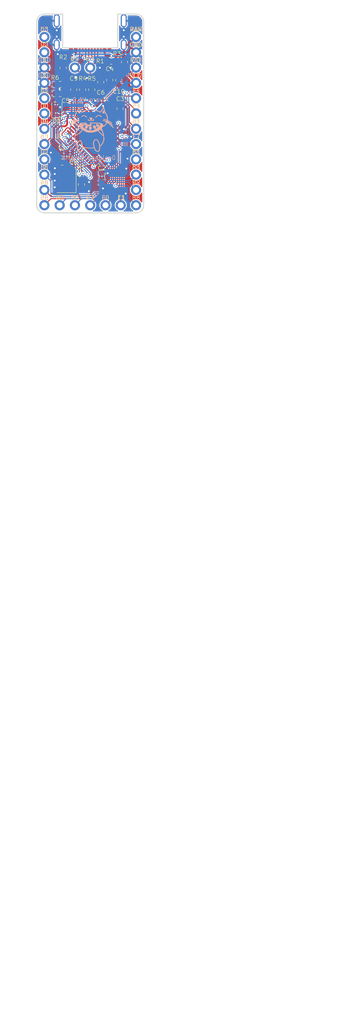
<source format=kicad_pcb>
(kicad_pcb (version 20171130) (host pcbnew "(5.1.6)-1")
  (title_block (title Goldfish) (date 2017-12-20) (rev C))
  (layers (0 F.Cu signal) (31 B.Cu signal) (34 B.Paste user) (35 F.Paste user) (36 B.SilkS user) (37 F.SilkS user) (38 B.Mask user) (39 F.Mask user) (44 Edge.Cuts user))
  (net 0 "")
  (net 1 VCC)
  (net 2 GND)
  (net 3 "Net-(C8-Pad1)")
  (net 4 "Net-(C9-Pad1)")
  (net 5 /RESET)
  (net 6 /PF4)
  (net 7 /PF5)
  (net 8 /PF6)
  (net 9 /PF7)
  (net 10 /PB1)
  (net 11 /PB3)
  (net 12 /PB2)
  (net 13 /PB6)
  (net 14 /PB5)
  (net 15 /PB4)
  (net 16 /PE6)
  (net 17 /PD7)
  (net 18 /PC6)
  (net 19 /PD4)
  (net 20 /PD0)
  (net 21 /PD1)
  (net 22 /PD2)
  (net 23 /PD3)
  (net 24 /PF1)
  (net 25 /PF0)
  (net 26 /PC7)
  (net 27 /PB7)
  (net 28 /D-)
  (net 29 /D+)
  (net 30 "Net-(C7-Pad1)")
  (net 31 "Net-(R4-Pad1)")
  (net 32 "Net-(R5-Pad1)")
  (net 33 "Net-(C10-Pad1)")
  (net 34 VBUS)
  (net 35 /PD5)
  (net 36 "Net-(U1-Pad8)")
  (net 37 "Net-(U1-Pad26)")
  (net 38 "Net-(P1-PadB5)")
  (net 39 "Net-(P1-PadA5)")
  (net 40 "Net-(P1-PadA8)")
  (net 41 "Net-(P1-PadB8)")
  (module Alvaro:USB-C-C168688 (layer F.Cu) (at 30 22.5)
    (fp_text reference P1 hide)
    (fp_text value USB_C_Receptacle_USB2.0)
    (pad B5 smd rect (at -1.75 7) (size 0.3 0.8) (layers F.Cu F.Paste F.Mask) (net 38 "Net-(P1-PadB5)"))
    (pad A8 smd rect (at -1.25 7) (size 0.3 0.8) (layers F.Cu F.Paste F.Mask) (net 40 "Net-(P1-PadA8)"))
    (pad B8 smd rect (at 1.75 7) (size 0.3 0.8) (layers F.Cu F.Paste F.Mask) (net 41 "Net-(P1-PadB8)"))
    (pad A5 smd rect (at 1.25 7) (size 0.3 0.8) (layers F.Cu F.Paste F.Mask) (net 39 "Net-(P1-PadA5)"))
    (pad A6 smd rect (at 0.25 7) (size 0.3 0.8) (layers F.Cu F.Paste F.Mask) (net 29 /D+))
    (pad A7 smd rect (at -0.25 7) (size 0.3 0.8) (layers F.Cu F.Paste F.Mask) (net 28 /D-))
    (pad B7 smd rect (at 0.75 7) (size 0.3 0.8) (layers F.Cu F.Paste F.Mask) (net 28 /D-))
    (pad B6 smd rect (at -0.75 7) (size 0.3 0.8) (layers F.Cu F.Paste F.Mask) (net 29 /D+))
    (pad A4 smd rect (at -2.4 7) (size 0.6 0.8) (layers F.Cu F.Paste F.Mask) (net 34 VBUS))
    (pad A4 smd rect (at 2.4 7) (size 0.6 0.8) (layers F.Cu F.Paste F.Mask) (net 34 VBUS))
    (pad A1 smd rect (at 3.2 7) (size 0.6 0.8) (layers F.Cu F.Paste F.Mask) (net 2 GND))
    (pad A1 smd rect (at -3.2 7) (size 0.6 0.8) (layers F.Cu F.Paste F.Mask) (net 2 GND))
    (pad S1 thru_hole oval (at -5.575 6.1) (size 1 1.8) (drill oval 0.6 1.4) (layers *.Cu *.Mask) (net 2 GND))
    (pad S1 thru_hole oval (at 5.575 6.1) (size 1 1.8) (drill oval 0.6 1.4) (layers *.Cu *.Mask) (net 2 GND))
    (pad S1 thru_hole oval (at -5.575 2.1) (size 1 2.2) (drill oval 0.6 1.8) (layers *.Cu *.Mask) (net 2 GND))
    (pad S1 thru_hole oval (at 5.575 2.1) (size 1 2.2) (drill oval 0.6 1.8) (layers *.Cu *.Mask) (net 2 GND))
  )
  (module Alvaro:Pins5 (layer F.Cu) (at 35.08 55.24 270)
    (fp_text reference J5 hide)
    (fp_text value 01x05 hide)
    (pad 5 thru_hole circle (at 0 10.16 270) (size 1.7 1.7) (drill 1) (layers *.Cu *.Mask) (net 27 /PB7))
    (pad 4 thru_hole circle (at 0 7.62 270) (size 1.7 1.7) (drill 1) (layers *.Cu *.Mask) (net 35 /PD5))
    (pad 3 thru_hole circle (at 0 5.08 270) (size 1.7 1.7) (drill 1) (layers *.Cu *.Mask) (net 26 /PC7))
    (pad 2 thru_hole circle (at 0 2.54 270) (size 1.7 1.7) (drill 1) (layers *.Cu *.Mask) (net 24 /PF1))
    (pad 1 thru_hole circle (at 0 0 270) (size 1.7 1.7) (drill 1) (layers *.Cu *.Mask) (net 25 /PF0))
  )
  (module Alvaro:Pins12 (layer F.Cu) (at 22.38 55.24 180)
    (fp_text reference J4 hide)
    (fp_text value 01x12 hide)
    (pad 12 thru_hole circle (at 0 27.94 180) (size 1.7 1.7) (drill 1) (layers *.Cu *.Mask) (net 23 /PD3))
    (pad 11 thru_hole circle (at 0 25.4 180) (size 1.7 1.7) (drill 1) (layers *.Cu *.Mask) (net 22 /PD2))
    (pad 10 thru_hole circle (at 0 22.86 180) (size 1.7 1.7) (drill 1) (layers *.Cu *.Mask) (net 2 GND))
    (pad 9 thru_hole circle (at 0 20.32 180) (size 1.7 1.7) (drill 1) (layers *.Cu *.Mask) (net 2 GND))
    (pad 8 thru_hole circle (at 0 17.78 180) (size 1.7 1.7) (drill 1) (layers *.Cu *.Mask) (net 21 /PD1))
    (pad 7 thru_hole circle (at 0 15.24 180) (size 1.7 1.7) (drill 1) (layers *.Cu *.Mask) (net 20 /PD0))
    (pad 6 thru_hole circle (at 0 12.7 180) (size 1.7 1.7) (drill 1) (layers *.Cu *.Mask) (net 19 /PD4))
    (pad 5 thru_hole circle (at 0 10.16 180) (size 1.7 1.7) (drill 1) (layers *.Cu *.Mask) (net 18 /PC6))
    (pad 4 thru_hole circle (at 0 7.62 180) (size 1.7 1.7) (drill 1) (layers *.Cu *.Mask) (net 17 /PD7))
    (pad 3 thru_hole circle (at 0 5.08 180) (size 1.7 1.7) (drill 1) (layers *.Cu *.Mask) (net 16 /PE6))
    (pad 2 thru_hole circle (at 0 2.54 180) (size 1.7 1.7) (drill 1) (layers *.Cu *.Mask) (net 15 /PB4))
    (pad 1 thru_hole circle (at 0 0 180) (size 1.7 1.7) (drill 1) (layers *.Cu *.Mask) (net 14 /PB5))
  )
  (module Alvaro:Pins12 (layer F.Cu) (at 37.62 27.3)
    (fp_text reference J3 hide)
    (fp_text value 01x12 hide)
    (pad 12 thru_hole circle (at 0 27.94) (size 1.7 1.7) (drill 1) (layers *.Cu *.Mask) (net 13 /PB6))
    (pad 11 thru_hole circle (at 0 25.4) (size 1.7 1.7) (drill 1) (layers *.Cu *.Mask) (net 12 /PB2))
    (pad 10 thru_hole circle (at 0 22.86) (size 1.7 1.7) (drill 1) (layers *.Cu *.Mask) (net 11 /PB3))
    (pad 9 thru_hole circle (at 0 20.32) (size 1.7 1.7) (drill 1) (layers *.Cu *.Mask) (net 10 /PB1))
    (pad 8 thru_hole circle (at 0 17.78) (size 1.7 1.7) (drill 1) (layers *.Cu *.Mask) (net 9 /PF7))
    (pad 7 thru_hole circle (at 0 15.24) (size 1.7 1.7) (drill 1) (layers *.Cu *.Mask) (net 8 /PF6))
    (pad 6 thru_hole circle (at 0 12.7) (size 1.7 1.7) (drill 1) (layers *.Cu *.Mask) (net 7 /PF5))
    (pad 5 thru_hole circle (at 0 10.16) (size 1.7 1.7) (drill 1) (layers *.Cu *.Mask) (net 6 /PF4))
    (pad 4 thru_hole circle (at 0 7.62) (size 1.7 1.7) (drill 1) (layers *.Cu *.Mask) (net 1 VCC))
    (pad 3 thru_hole circle (at 0 5.08) (size 1.7 1.7) (drill 1) (layers *.Cu *.Mask) (net 5 /RESET))
    (pad 2 thru_hole circle (at 0 2.54) (size 1.7 1.7) (drill 1) (layers *.Cu *.Mask) (net 2 GND))
    (pad 1 thru_hole circle (at 0 0) (size 1.7 1.7) (drill 1) (layers *.Cu *.Mask) (net 34 VBUS))
  )
  (module Alvaro:Pins2 (layer F.Cu) (at 27.46 32.38 90)
    (fp_text reference J2 hide)
    (fp_text value 01x02 hide)
    (pad 2 thru_hole circle (at 0 2.54 90) (size 1.7 1.7) (drill 1) (layers *.Cu *.Mask) (net 28 /D-))
    (pad 1 thru_hole circle (at 0 0 90) (size 1.7 1.7) (drill 1) (layers *.Cu *.Mask) (net 29 /D+))
  )
  (module "Custom Parts:Catmelon_Small" (layer B.Cu) (at 29.7 41.525 180)
    (fp_text reference G*** hide)
    (fp_text value LOGO hide)
  )
  (module Capacitor_SMD:C_0603_1608Metric (layer F.Cu) (at 25 36.675 180)
    (fp_text reference C5 (at -0.9 -1.2) (layer F.SilkS) (effects (font (size 0.7 0.7) (thickness 0.08))))
    (fp_text value 0u1)
    (pad 2 smd roundrect (at 0.7875 0 180) (size 0.875 0.95) (layers F.Cu F.Paste F.Mask) (net 2 GND))
    (pad 1 smd roundrect (at -0.7875 0 180) (size 0.875 0.95) (layers F.Cu F.Paste F.Mask) (net 34 VBUS))
  )
  (module Package_DFN_QFN:QFN-44-1EP_7x7mm_P0.5mm_EP5.2x5.2mm (layer F.Cu) (at 30.7 43.8 315)
    (fp_text reference U1 (at -4.154252 4.154252 180) (layer F.SilkS) (effects (font (size 0.7 0.7) (thickness 0.08))))
    (fp_text value ATmega32U4)
    (pad 45 smd rect (at 0 0 315) (size 5.2 5.2) (layers F.Cu F.Mask) (net 2 GND))
    (pad 44 smd oval (at -2.5 -3.35 45) (size 1.1 0.3) (layers F.Cu F.Paste F.Mask) (net 1 VCC))
    (pad 43 smd oval (at -2 -3.35 45) (size 1.1 0.3) (layers F.Cu F.Paste F.Mask) (net 2 GND))
    (pad 42 smd oval (at -1.5 -3.35 45) (size 1.1 0.3) (layers F.Cu F.Paste F.Mask) (net 33 "Net-(C10-Pad1)"))
    (pad 41 smd oval (at -1 -3.35 45) (size 1.1 0.3) (layers F.Cu F.Paste F.Mask) (net 25 /PF0))
    (pad 40 smd oval (at -0.5 -3.35 45) (size 1.1 0.3) (layers F.Cu F.Paste F.Mask) (net 24 /PF1))
    (pad 39 smd oval (at 0 -3.35 45) (size 1.1 0.3) (layers F.Cu F.Paste F.Mask) (net 6 /PF4))
    (pad 38 smd oval (at 0.5 -3.35 45) (size 1.1 0.3) (layers F.Cu F.Paste F.Mask) (net 7 /PF5))
    (pad 37 smd oval (at 1 -3.35 45) (size 1.1 0.3) (layers F.Cu F.Paste F.Mask) (net 8 /PF6))
    (pad 36 smd oval (at 1.5 -3.35 45) (size 1.1 0.3) (layers F.Cu F.Paste F.Mask) (net 9 /PF7))
    (pad 35 smd oval (at 2 -3.35 45) (size 1.1 0.3) (layers F.Cu F.Paste F.Mask) (net 2 GND))
    (pad 34 smd oval (at 2.5 -3.35 45) (size 1.1 0.3) (layers F.Cu F.Paste F.Mask) (net 1 VCC))
    (pad 33 smd oval (at 3.35 -2.5 315) (size 1.1 0.3) (layers F.Cu F.Paste F.Mask) (net 2 GND))
    (pad 32 smd oval (at 3.35 -2 315) (size 1.1 0.3) (layers F.Cu F.Paste F.Mask) (net 26 /PC7))
    (pad 31 smd oval (at 3.35 -1.5 315) (size 1.1 0.3) (layers F.Cu F.Paste F.Mask) (net 18 /PC6))
    (pad 30 smd oval (at 3.35 -1 315) (size 1.1 0.3) (layers F.Cu F.Paste F.Mask) (net 13 /PB6))
    (pad 29 smd oval (at 3.35 -0.5 315) (size 1.1 0.3) (layers F.Cu F.Paste F.Mask) (net 14 /PB5))
    (pad 28 smd oval (at 3.35 0 315) (size 1.1 0.3) (layers F.Cu F.Paste F.Mask) (net 15 /PB4))
    (pad 27 smd oval (at 3.35 0.5 315) (size 1.1 0.3) (layers F.Cu F.Paste F.Mask) (net 17 /PD7))
    (pad 26 smd oval (at 3.35 1 315) (size 1.1 0.3) (layers F.Cu F.Paste F.Mask) (net 37 "Net-(U1-Pad26)"))
    (pad 25 smd oval (at 3.35 1.5 315) (size 1.1 0.3) (layers F.Cu F.Paste F.Mask) (net 19 /PD4))
    (pad 24 smd oval (at 3.35 2 315) (size 1.1 0.3) (layers F.Cu F.Paste F.Mask) (net 1 VCC))
    (pad 23 smd oval (at 3.35 2.5 315) (size 1.1 0.3) (layers F.Cu F.Paste F.Mask) (net 2 GND))
    (pad 22 smd oval (at 2.5 3.35 45) (size 1.1 0.3) (layers F.Cu F.Paste F.Mask) (net 35 /PD5))
    (pad 21 smd oval (at 2 3.35 45) (size 1.1 0.3) (layers F.Cu F.Paste F.Mask) (net 23 /PD3))
    (pad 20 smd oval (at 1.5 3.35 45) (size 1.1 0.3) (layers F.Cu F.Paste F.Mask) (net 22 /PD2))
    (pad 19 smd oval (at 1 3.35 45) (size 1.1 0.3) (layers F.Cu F.Paste F.Mask) (net 21 /PD1))
    (pad 18 smd oval (at 0.5 3.35 45) (size 1.1 0.3) (layers F.Cu F.Paste F.Mask) (net 20 /PD0))
    (pad 17 smd oval (at 0 3.35 45) (size 1.1 0.3) (layers F.Cu F.Paste F.Mask) (net 30 "Net-(C7-Pad1)"))
    (pad 16 smd oval (at -0.5 3.35 45) (size 1.1 0.3) (layers F.Cu F.Paste F.Mask) (net 3 "Net-(C8-Pad1)"))
    (pad 15 smd oval (at -1 3.35 45) (size 1.1 0.3) (layers F.Cu F.Paste F.Mask) (net 2 GND))
    (pad 14 smd oval (at -1.5 3.35 45) (size 1.1 0.3) (layers F.Cu F.Paste F.Mask) (net 1 VCC))
    (pad 13 smd oval (at -2 3.35 45) (size 1.1 0.3) (layers F.Cu F.Paste F.Mask) (net 5 /RESET))
    (pad 12 smd oval (at -2.5 3.35 45) (size 1.1 0.3) (layers F.Cu F.Paste F.Mask) (net 27 /PB7))
    (pad 11 smd oval (at -3.35 2.5 315) (size 1.1 0.3) (layers F.Cu F.Paste F.Mask) (net 11 /PB3))
    (pad 10 smd oval (at -3.35 2 315) (size 1.1 0.3) (layers F.Cu F.Paste F.Mask) (net 12 /PB2))
    (pad 9 smd oval (at -3.35 1.5 315) (size 1.1 0.3) (layers F.Cu F.Paste F.Mask) (net 10 /PB1))
    (pad 8 smd oval (at -3.35 1 315) (size 1.1 0.3) (layers F.Cu F.Paste F.Mask) (net 36 "Net-(U1-Pad8)"))
    (pad 7 smd oval (at -3.35 0.5 315) (size 1.1 0.3) (layers F.Cu F.Paste F.Mask) (net 34 VBUS))
    (pad 6 smd oval (at -3.35 0 315) (size 1.1 0.3) (layers F.Cu F.Paste F.Mask) (net 4 "Net-(C9-Pad1)"))
    (pad 5 smd oval (at -3.35 -0.5 315) (size 1.1 0.3) (layers F.Cu F.Paste F.Mask) (net 2 GND))
    (pad 4 smd oval (at -3.35 -1 315) (size 1.1 0.3) (layers F.Cu F.Paste F.Mask) (net 31 "Net-(R4-Pad1)"))
    (pad 3 smd oval (at -3.35 -1.5 315) (size 1.1 0.3) (layers F.Cu F.Paste F.Mask) (net 32 "Net-(R5-Pad1)"))
    (pad 2 smd oval (at -3.35 -2 315) (size 1.1 0.3) (layers F.Cu F.Paste F.Mask) (net 34 VBUS))
    (pad 1 smd oval (at -3.35 -2.5 315) (size 1.1 0.3) (layers F.Cu F.Paste F.Mask) (net 16 /PE6))
  )
  (module Resistor_SMD:R_0603_1608Metric (layer F.Cu) (at 25 35.175)
    (fp_text reference R6 (at -0.85 -1.125) (layer F.SilkS) (effects (font (size 0.7 0.7) (thickness 0.08))))
    (fp_text value 10k)
    (pad 2 smd roundrect (at 0.7875 0) (size 0.875 0.95) (layers F.Cu F.Paste F.Mask) (net 34 VBUS))
    (pad 1 smd roundrect (at -0.7875 0) (size 0.875 0.95) (layers F.Cu F.Paste F.Mask) (net 2 GND))
  )
  (module Resistor_SMD:R_0603_1608Metric (layer F.Cu) (at 30.25 36.05 90)
    (fp_text reference R5 (at 1.85 0 180) (layer F.SilkS) (effects (font (size 0.7 0.7) (thickness 0.08))))
    (fp_text value 22)
    (pad 2 smd roundrect (at 0.7875 0 90) (size 0.875 0.95) (layers F.Cu F.Paste F.Mask) (net 28 /D-))
    (pad 1 smd roundrect (at -0.7875 0 90) (size 0.875 0.95) (layers F.Cu F.Paste F.Mask) (net 32 "Net-(R5-Pad1)"))
  )
  (module Resistor_SMD:R_0603_1608Metric (layer F.Cu) (at 28.75 36.05 90)
    (fp_text reference R4 (at 1.85 0 180) (layer F.SilkS) (effects (font (size 0.7 0.7) (thickness 0.08))))
    (fp_text value 22)
    (pad 2 smd roundrect (at 0.7875 0 90) (size 0.875 0.95) (layers F.Cu F.Paste F.Mask) (net 29 /D+))
    (pad 1 smd roundrect (at -0.7875 0 90) (size 0.875 0.95) (layers F.Cu F.Paste F.Mask) (net 31 "Net-(R4-Pad1)"))
  )
  (module Resistor_SMD:R_0603_1608Metric (layer F.Cu) (at 35.7 31.45 270)
    (fp_text reference R3 (at -1.35 1.25 180) (layer F.SilkS) (effects (font (size 0.7 0.7) (thickness 0.08))))
    (fp_text value 10k)
    (pad 2 smd roundrect (at 0.7875 0 270) (size 0.875 0.95) (layers F.Cu F.Paste F.Mask) (net 1 VCC))
    (pad 1 smd roundrect (at -0.7875 0 270) (size 0.875 0.95) (layers F.Cu F.Paste F.Mask) (net 5 /RESET))
  )
  (module Resistor_SMD:R_0603_1608Metric (layer F.Cu) (at 25.5 32.45 90)
    (fp_text reference R2 (at 1.8 0) (layer F.SilkS) (effects (font (size 0.7 0.7) (thickness 0.08))))
    (fp_text value 5k1)
    (pad 2 smd roundrect (at 0.7875 0 90) (size 0.875 0.95) (layers F.Cu F.Paste F.Mask) (net 38 "Net-(P1-PadB5)"))
    (pad 1 smd roundrect (at -0.7875 0 90) (size 0.875 0.95) (layers F.Cu F.Paste F.Mask) (net 2 GND))
  )
  (module Resistor_SMD:R_0603_1608Metric (layer F.Cu) (at 33.5 31.3 180)
    (fp_text reference R1 (at 1.85 0) (layer F.SilkS) (effects (font (size 0.7 0.7) (thickness 0.08))))
    (fp_text value 5k1)
    (pad 2 smd roundrect (at 0.7875 0 180) (size 0.875 0.95) (layers F.Cu F.Paste F.Mask) (net 39 "Net-(P1-PadA5)"))
    (pad 1 smd roundrect (at -0.7875 0 180) (size 0.875 0.95) (layers F.Cu F.Paste F.Mask) (net 2 GND))
  )
  (module Capacitor_SMD:C_0603_1608Metric (layer F.Cu) (at 34.75 34.45 90)
    (fp_text reference C10 (at -1.9 0 180) (layer F.SilkS) (effects (font (size 0.7 0.7) (thickness 0.08))))
    (fp_text value 0u1)
    (pad 2 smd roundrect (at 0.7875 0 90) (size 0.875 0.95) (layers F.Cu F.Paste F.Mask) (net 2 GND))
    (pad 1 smd roundrect (at -0.7875 0 90) (size 0.875 0.95) (layers F.Cu F.Paste F.Mask) (net 33 "Net-(C10-Pad1)"))
  )
  (module Capacitor_SMD:C_0603_1608Metric (layer F.Cu) (at 27.25 36.05 90)
    (fp_text reference C9 (at 1.85 0 180) (layer F.SilkS) (effects (font (size 0.7 0.7) (thickness 0.08))))
    (fp_text value 1u)
    (pad 2 smd roundrect (at 0.7875 0 90) (size 0.875 0.95) (layers F.Cu F.Paste F.Mask) (net 2 GND))
    (pad 1 smd roundrect (at -0.7875 0 90) (size 0.875 0.95) (layers F.Cu F.Paste F.Mask) (net 4 "Net-(C9-Pad1)"))
  )
  (module Capacitor_SMD:C_0603_1608Metric (layer F.Cu) (at 25.35 48.075)
    (fp_text reference C8 (at 1.85 0) (layer F.SilkS) (effects (font (size 0.7 0.7) (thickness 0.08))))
    (fp_text value 22p)
    (pad 2 smd roundrect (at 0.7875 0) (size 0.875 0.95) (layers F.Cu F.Paste F.Mask) (net 2 GND))
    (pad 1 smd roundrect (at -0.7875 0) (size 0.875 0.95) (layers F.Cu F.Paste F.Mask) (net 3 "Net-(C8-Pad1)"))
  )
  (module Capacitor_SMD:C_0603_1608Metric (layer F.Cu) (at 28.55 51.8 90)
    (fp_text reference C7 (at 1.625 0 180) (layer F.SilkS) (effects (font (size 0.7 0.7) (thickness 0.08))))
    (fp_text value 22p)
    (pad 1 smd roundrect (at -0.7875 0 90) (size 0.875 0.95) (layers F.Cu F.Paste F.Mask) (net 30 "Net-(C7-Pad1)"))
    (pad 2 smd roundrect (at 0.7875 0 90) (size 0.875 0.95) (layers F.Cu F.Paste F.Mask) (net 2 GND))
  )
  (module Capacitor_SMD:C_0603_1608Metric (layer F.Cu) (at 31.75 34.8 90)
    (fp_text reference C6 (at -1.725 0 180) (layer F.SilkS) (effects (font (size 0.7 0.7) (thickness 0.08))))
    (fp_text value 4u7)
    (pad 2 smd roundrect (at 0.7875 0 90) (size 0.875 0.95) (layers F.Cu F.Paste F.Mask) (net 2 GND))
    (pad 1 smd roundrect (at -0.7875 0 90) (size 0.875 0.95) (layers F.Cu F.Paste F.Mask) (net 34 VBUS))
  )
  (module Capacitor_SMD:C_0603_1608Metric (layer F.Cu) (at 33.25 34.45 90)
    (fp_text reference C4 (at 1.85 0 180) (layer F.SilkS) (effects (font (size 0.7 0.7) (thickness 0.08))))
    (fp_text value 0u1)
    (pad 2 smd roundrect (at 0.7875 0 90) (size 0.875 0.95) (layers F.Cu F.Paste F.Mask) (net 2 GND))
    (pad 1 smd roundrect (at -0.7875 0 90) (size 0.875 0.95) (layers F.Cu F.Paste F.Mask) (net 1 VCC))
  )
  (module Capacitor_SMD:C_0603_1608Metric (layer F.Cu) (at 34.95 39.2125 270)
    (fp_text reference C3 (at -1.6375 -0.025 180) (layer F.SilkS) (effects (font (size 0.7 0.7) (thickness 0.08))))
    (fp_text value 0u1)
    (pad 2 smd roundrect (at 0.7875 0 270) (size 0.875 0.95) (layers F.Cu F.Paste F.Mask) (net 2 GND))
    (pad 1 smd roundrect (at -0.7875 0 270) (size 0.875 0.95) (layers F.Cu F.Paste F.Mask) (net 1 VCC))
  )
  (module Capacitor_SMD:C_0603_1608Metric (layer F.Cu) (at 31.925 50.7 270)
    (fp_text reference C2 (at -1.625 0 180) (layer F.SilkS) (effects (font (size 0.7 0.7) (thickness 0.08))))
    (fp_text value 0u1)
    (pad 1 smd roundrect (at -0.7875 0 270) (size 0.875 0.95) (layers F.Cu F.Paste F.Mask) (net 1 VCC))
    (pad 2 smd roundrect (at 0.7875 0 270) (size 0.875 0.95) (layers F.Cu F.Paste F.Mask) (net 2 GND))
  )
  (module Capacitor_SMD:C_0603_1608Metric (layer F.Cu) (at 25.35 46.575 180)
    (fp_text reference C1 (at 0 0.975) (layer F.SilkS) (effects (font (size 0.7 0.7) (thickness 0.08))))
    (fp_text value 0u1)
    (pad 2 smd roundrect (at 0.7875 0 180) (size 0.875 0.95) (layers F.Cu F.Paste F.Mask) (net 2 GND))
    (pad 1 smd roundrect (at -0.7875 0 180) (size 0.875 0.95) (layers F.Cu F.Paste F.Mask) (net 1 VCC))
  )
  (module Diode_SMD:D_SOD-323 (layer F.Cu) (at 24.45 39.225 90)
    (fp_text reference D1 (at -2 0 180) (layer F.SilkS) (effects (font (size 0.7 0.7) (thickness 0.08))))
    (fp_text value D_Schottky)
    (pad 2 smd rect (at 1.05 0 90) (size 0.6 0.45) (layers F.Cu F.Paste F.Mask) (net 34 VBUS))
    (pad 1 smd rect (at -1.05 0 90) (size 0.6 0.45) (layers F.Cu F.Paste F.Mask) (net 1 VCC))
  )
  (module Crystal:Crystal_SMD_SeikoEpson_FA238-4Pin_3.2x2.5mm (layer F.Cu) (at 26.05 51.15 90)
    (fp_text reference X1 (at 2.275 2.45 180) (layer F.SilkS) (effects (font (size 0.7 0.7) (thickness 0.08))))
    (fp_text value 16MHz)
    (pad 4 smd rect (at -1.1 -0.8 90) (size 1.4 1.2) (layers F.Cu F.Paste F.Mask) (net 2 GND))
    (pad 3 smd rect (at 1.1 -0.8 90) (size 1.4 1.2) (layers F.Cu F.Paste F.Mask) (net 3 "Net-(C8-Pad1)"))
    (pad 2 smd rect (at 1.1 0.8 90) (size 1.4 1.2) (layers F.Cu F.Paste F.Mask) (net 2 GND))
    (pad 1 smd rect (at -1.1 0.8 90) (size 1.4 1.2) (layers F.Cu F.Paste F.Mask) (net 30 "Net-(C7-Pad1)"))
  )
  (gr_text D+ (at 27.5 30.925) (layer F.SilkS) (effects (font (size 0.7 0.7) (thickness 0.08))))
  (gr_text D- (at 30.05 30.95) (layer F.SilkS) (effects (font (size 0.7 0.7) (thickness 0.08))))
  (gr_text "Alvaro V1.0" (at 30.05 37.7) (layer B.SilkS) (effects (font (size 0.7 0.7) (thickness 0.08)) (justify mirror)))
  (gr_text "Designed by Aria" (at 29.775 47.35) (layer B.SilkS) (effects (font (size 0.7 0.7) (thickness 0.08)) (justify mirror)))
  (gr_text F4 (at 37.65 36.199999) (layer F.SilkS) (effects (font (size 0.7 0.7) (thickness 0.08))))
  (gr_text VCC (at 37.575 33.7) (layer F.SilkS) (effects (font (size 0.7 0.7) (thickness 0.08))))
  (gr_text RST (at 37.575 31.15) (layer F.SilkS) (effects (font (size 0.7 0.7) (thickness 0.08))))
  (gr_text F5 (at 37.65 38.725) (layer F.SilkS) (effects (font (size 0.7 0.7) (thickness 0.08))))
  (gr_text GND (at 37.575 28.625) (layer F.SilkS) (effects (font (size 0.7 0.7) (thickness 0.08))))
  (gr_text RAW (at 37.605 26.025) (layer F.SilkS) (effects (font (size 0.7 0.7) (thickness 0.08))))
  (gr_text F7 (at 37.675 43.825) (layer F.SilkS) (effects (font (size 0.7 0.7) (thickness 0.08))))
  (gr_text B1 (at 37.65 46.35) (layer F.SilkS) (effects (font (size 0.7 0.7) (thickness 0.08))))
  (gr_text B6 (at 37.625 53.975) (layer F.SilkS) (effects (font (size 0.7 0.7) (thickness 0.08))))
  (gr_text B2 (at 37.65 51.45) (layer F.SilkS) (effects (font (size 0.7 0.7) (thickness 0.08))))
  (gr_text B3 (at 37.65 48.900001) (layer F.SilkS) (effects (font (size 0.7 0.7) (thickness 0.08))))
  (gr_text F6 (at 37.65 41.274999) (layer F.SilkS) (effects (font (size 0.7 0.7) (thickness 0.08))))
  (gr_text F1 (at 35.175 53.975) (layer F.SilkS) (effects (font (size 0.7 0.7) (thickness 0.08))))
  (gr_text F0 (at 32.54 54) (layer F.SilkS) (effects (font (size 0.7 0.7) (thickness 0.08))))
  (gr_text C7 (at 29.975 53.975) (layer F.SilkS) (effects (font (size 0.7 0.7) (thickness 0.08))))
  (gr_text D6 (at 27.46 53.975) (layer F.SilkS) (effects (font (size 0.7 0.7) (thickness 0.08))))
  (gr_text B7 (at 24.925 54) (layer F.SilkS) (effects (font (size 0.7 0.7) (thickness 0.08))))
  (gr_text D0 (at 22.375 38.775) (layer F.SilkS) (effects (font (size 0.7 0.7) (thickness 0.08))))
  (gr_text C6 (at 22.375 43.85) (layer F.SilkS) (effects (font (size 0.7 0.7) (thickness 0.08))))
  (gr_text D7 (at 22.375 46.4) (layer F.SilkS) (effects (font (size 0.7 0.7) (thickness 0.08))))
  (gr_text B5 (at 22.350001 53.999998) (layer F.SilkS) (effects (font (size 0.7 0.7) (thickness 0.08))))
  (gr_text E6 (at 22.375 48.925) (layer F.SilkS) (effects (font (size 0.7 0.7) (thickness 0.08))))
  (gr_text D2 (at 22.375 28.575) (layer F.SilkS) (effects (font (size 0.7 0.7) (thickness 0.08))))
  (gr_text B4 (at 22.375 51.474998) (layer F.SilkS) (effects (font (size 0.7 0.7) (thickness 0.08))))
  (gr_text D3 (at 22.375001 26.025) (layer F.SilkS) (effects (font (size 0.7 0.7) (thickness 0.08))))
  (gr_text GND (at 22.375 33.675) (layer F.SilkS) (effects (font (size 0.7 0.7) (thickness 0.08))))
  (gr_text D1 (at 22.375002 36.224999) (layer F.SilkS) (effects (font (size 0.7 0.7) (thickness 0.08))))
  (gr_text D4 (at 22.375 41.324998) (layer F.SilkS) (effects (font (size 0.7 0.7) (thickness 0.08))))
  (gr_text GND (at 22.375 31.15) (layer F.SilkS) (effects (font (size 0.7 0.7) (thickness 0.08))))
  (gr_text GND (at 22.375 31.15) (layer B.SilkS) (effects (font (size 0.7 0.7) (thickness 0.08)) (justify mirror)))
  (gr_line (start 34.572 23.49) (end 37.62 23.49) (layer Edge.Cuts) (width 0.15))
  (gr_line (start 34.572 29.1) (end 34.572 23.49) (layer Edge.Cuts) (width 0.15))
  (gr_line (start 25.428 29.1) (end 34.572 29.1) (layer Edge.Cuts) (width 0.15))
  (gr_line (start 25.428 23.49) (end 25.428 29.1) (layer Edge.Cuts) (width 0.15))
  (gr_line (start 22.38 23.49) (end 25.428 23.49) (layer Edge.Cuts) (width 0.15))
  (gr_text F7 (at 37.6 43.85) (layer B.SilkS) (effects (font (size 0.7 0.7) (thickness 0.08)) (justify mirror)))
  (gr_text D- (at 29.925 30.875) (layer B.SilkS) (effects (font (size 0.7 0.7) (thickness 0.08)) (justify mirror)))
  (gr_text D+ (at 27.375 30.9) (layer B.SilkS) (effects (font (size 0.7 0.7) (thickness 0.08)) (justify mirror)))
  (gr_text D3 (at 22.375 26.025) (layer B.SilkS) (effects (font (size 0.7 0.7) (thickness 0.08)) (justify mirror)))
  (gr_text D2 (at 22.375 28.575) (layer B.SilkS) (effects (font (size 0.7 0.7) (thickness 0.08)) (justify mirror)))
  (gr_text GND (at 22.375 33.675) (layer B.SilkS) (effects (font (size 0.7 0.7) (thickness 0.08)) (justify mirror)))
  (gr_text D1 (at 22.375 36.225) (layer B.SilkS) (effects (font (size 0.7 0.7) (thickness 0.08)) (justify mirror)))
  (gr_text D0 (at 22.375 38.775) (layer B.SilkS) (effects (font (size 0.7 0.7) (thickness 0.08)) (justify mirror)))
  (gr_text D4 (at 22.375 41.325) (layer B.SilkS) (effects (font (size 0.7 0.7) (thickness 0.08)) (justify mirror)))
  (gr_text C6 (at 22.375 43.85) (layer B.SilkS) (effects (font (size 0.7 0.7) (thickness 0.08)) (justify mirror)))
  (gr_text D7 (at 22.375 46.4) (layer B.SilkS) (effects (font (size 0.7 0.7) (thickness 0.08)) (justify mirror)))
  (gr_text E6 (at 22.375 48.925) (layer B.SilkS) (effects (font (size 0.7 0.7) (thickness 0.08)) (justify mirror)))
  (gr_text B4 (at 22.375 51.475) (layer B.SilkS) (effects (font (size 0.7 0.7) (thickness 0.08)) (justify mirror)))
  (gr_text B5 (at 22.4 54) (layer B.SilkS) (effects (font (size 0.7 0.7) (thickness 0.08)) (justify mirror)))
  (gr_text B7 (at 24.925 54) (layer B.SilkS) (effects (font (size 0.7 0.7) (thickness 0.08)) (justify mirror)))
  (gr_text D6 (at 27.46 53.975) (layer B.SilkS) (effects (font (size 0.7 0.7) (thickness 0.08)) (justify mirror)))
  (gr_text C7 (at 30 53.975) (layer B.SilkS) (effects (font (size 0.7 0.7) (thickness 0.08)) (justify mirror)))
  (gr_text F0 (at 32.54 54) (layer B.SilkS) (effects (font (size 0.7 0.7) (thickness 0.08)) (justify mirror)))
  (gr_text F1 (at 35.1 54) (layer B.SilkS) (effects (font (size 0.7 0.7) (thickness 0.08)) (justify mirror)))
  (gr_text B6 (at 37.65 54) (layer B.SilkS) (effects (font (size 0.7 0.7) (thickness 0.08)) (justify mirror)))
  (gr_text B2 (at 37.625 51.475) (layer B.SilkS) (effects (font (size 0.7 0.7) (thickness 0.08)) (justify mirror)))
  (gr_text B3 (at 37.625 48.925) (layer B.SilkS) (effects (font (size 0.7 0.7) (thickness 0.08)) (justify mirror)))
  (gr_text B1 (at 37.625 46.375) (layer B.SilkS) (effects (font (size 0.7 0.7) (thickness 0.08)) (justify mirror)))
  (gr_text F6 (at 37.625 41.3) (layer B.SilkS) (effects (font (size 0.7 0.7) (thickness 0.08)) (justify mirror)))
  (gr_text F5 (at 37.625 38.75) (layer B.SilkS) (effects (font (size 0.7 0.7) (thickness 0.08)) (justify mirror)))
  (gr_text F4 (at 37.625 36.225) (layer B.SilkS) (effects (font (size 0.7 0.7) (thickness 0.08)) (justify mirror)))
  (gr_text VCC (at 37.65 33.675) (layer B.SilkS) (effects (font (size 0.7 0.7) (thickness 0.08)) (justify mirror)))
  (gr_text RST (at 37.65 31.125) (layer B.SilkS) (effects (font (size 0.7 0.7) (thickness 0.08)) (justify mirror)))
  (gr_text GND (at 37.65 28.6) (layer B.SilkS) (effects (font (size 0.7 0.7) (thickness 0.08)) (justify mirror)))
  (gr_text RAW (at 37.62 26) (layer B.SilkS) (effects (font (size 0.7 0.7) (thickness 0.08)) (justify mirror)))
  (gr_arc (start 22.38 24.76) (end 21.11 24.76) (angle 90) (layer Edge.Cuts) (width 0.15))
  (gr_arc (start 37.62 24.76) (end 37.62 23.49) (angle 90) (layer Edge.Cuts) (width 0.15))
  (gr_arc (start 37.62 55.24) (end 38.89 55.24) (angle 90) (layer Edge.Cuts) (width 0.15))
  (gr_arc (start 22.38 55.24) (end 22.38 56.51) (angle 90) (layer Edge.Cuts) (width 0.15))
  (gr_line (start 21.11 24.76) (end 21.11 55.24) (angle 90) (layer Edge.Cuts) (width 0.15))
  (gr_line (start 38.89 55.24) (end 38.89 24.76) (angle 90) (layer Edge.Cuts) (width 0.15))
  (gr_line (start 22.38 56.51) (end 37.62 56.51) (angle 90) (layer Edge.Cuts) (width 0.15))
  (segment (start 26.1375 46.24118) (end 27.270532 45.108148) (width 0.31) (layer F.Cu) (net 1))
  (segment (start 26.1375 46.5) (end 26.1375 46.24118) (width 0.31) (layer F.Cu) (net 1))
  (segment (start 35.425 38.425) (end 36.134989 39.134989) (width 0.31) (layer F.Cu) (net 1))
  (segment (start 34.95 38.425) (end 35.425 38.425) (width 0.31) (layer F.Cu) (net 1))
  (via (at 33.07501 48.46) (size 0.5) (drill 0.3) (layers F.Cu B.Cu) (net 1))
  (segment (start 31.7 49.7125) (end 31.82251 49.7125) (width 0.31) (layer F.Cu) (net 1))
  (segment (start 35.969399 34.92) (end 37.62 34.92) (width 0.31) (layer B.Cu) (net 1))
  (segment (start 32.144943 38.744456) (end 31.254388 39.635011) (width 0.31) (layer B.Cu) (net 1))
  (via (at 35.599993 42.6) (size 0.5) (drill 0.3) (layers F.Cu B.Cu) (net 1))
  (segment (start 36.134989 42.065004) (end 35.599993 42.6) (width 0.31) (layer F.Cu) (net 1))
  (segment (start 36.134989 41.684989) (end 36.134989 42.065004) (width 0.31) (layer F.Cu) (net 1))
  (segment (start 36.134989 41.684989) (end 36.134989 39.134989) (width 0.31) (layer F.Cu) (net 1))
  (segment (start 35.435534 42.6) (end 34.836575 43.198959) (width 0.31) (layer F.Cu) (net 1))
  (segment (start 35.599993 42.6) (end 35.435534 42.6) (width 0.31) (layer F.Cu) (net 1))
  (segment (start 35.599993 42.6) (end 35.599993 39.999993) (width 0.31) (layer B.Cu) (net 1))
  (segment (start 33.65 38.05) (end 33.2447 37.6447) (width 0.31) (layer B.Cu) (net 1))
  (segment (start 32.144943 38.744456) (end 33.2447 37.6447) (width 0.31) (layer B.Cu) (net 1))
  (segment (start 35.599993 39.999993) (end 33.65 38.05) (width 0.31) (layer B.Cu) (net 1))
  (segment (start 33.2447 37.6447) (end 35.969399 34.92) (width 0.31) (layer B.Cu) (net 1))
  (segment (start 34.170853 41.342945) (end 34.170853 47.71771) (width 0.31) (layer B.Cu) (net 1))
  (segment (start 33.428563 48.46) (end 33.07501 48.46) (width 0.31) (layer B.Cu) (net 1))
  (segment (start 34.464653 41.049145) (end 34.170853 41.342945) (width 0.31) (layer B.Cu) (net 1))
  (segment (start 35.007055 41.049145) (end 34.464653 41.049145) (width 0.31) (layer B.Cu) (net 1))
  (segment (start 35.599993 41.642083) (end 35.007055 41.049145) (width 0.31) (layer B.Cu) (net 1))
  (segment (start 34.170853 47.71771) (end 33.428563 48.46) (width 0.31) (layer B.Cu) (net 1))
  (segment (start 35.599993 42.6) (end 35.599993 41.642083) (width 0.31) (layer B.Cu) (net 1))
  (via (at 32.144943 38.744456) (size 0.5) (drill 0.3) (layers F.Cu B.Cu) (net 1))
  (segment (start 32.144943 38.819523) (end 31.301041 39.663425) (width 0.31) (layer F.Cu) (net 1))
  (segment (start 32.144943 38.744456) (end 32.144943 38.819523) (width 0.31) (layer F.Cu) (net 1))
  (segment (start 32.123287 48.051713) (end 32.531573 48.46) (width 0.31) (layer F.Cu) (net 1))
  (segment (start 32.531573 48.46) (end 33.07501 48.46) (width 0.31) (layer F.Cu) (net 1))
  (segment (start 31.654594 47.583021) (end 32.123287 48.051713) (width 0.31) (layer F.Cu) (net 1))
  (segment (start 32.123287 48.051713) (end 32.269675 48.198101) (width 0.31) (layer F.Cu) (net 1))
  (segment (start 33.07501 48.76249) (end 31.925 49.9125) (width 0.31) (layer F.Cu) (net 1))
  (segment (start 33.07501 48.46) (end 33.07501 48.76249) (width 0.31) (layer F.Cu) (net 1))
  (segment (start 35.7 33) (end 35.7 32.2375) (width 0.31) (layer F.Cu) (net 1))
  (segment (start 37.62 34.92) (end 35.7 33) (width 0.31) (layer F.Cu) (net 1))
  (segment (start 33.25 36.178872) (end 33.25 35.2375) (width 0.31) (layer F.Cu) (net 1))
  (segment (start 32.144943 38.744456) (end 32.144943 37.283929) (width 0.31) (layer F.Cu) (net 1))
  (segment (start 32.144943 37.283929) (end 33.25 36.178872) (width 0.31) (layer F.Cu) (net 1))
  (segment (start 26.28999 39.978317) (end 26.28999 40.71001) (width 0.31) (layer F.Cu) (net 1))
  (segment (start 24.424989 44.258819) (end 24.424988 42.684781) (width 0.31) (layer F.Cu) (net 1))
  (segment (start 24.980522 42.129246) (end 25.856201 42.129246) (width 0.31) (layer F.Cu) (net 1))
  (segment (start 25.133085 44.966915) (end 24.424989 44.258819) (width 0.31) (layer F.Cu) (net 1))
  (segment (start 25.133085 44.966915) (end 25.133085 45.495585) (width 0.31) (layer F.Cu) (net 1))
  (segment (start 25.133085 45.495585) (end 26.1375 46.5) (width 0.31) (layer F.Cu) (net 1))
  (segment (start 24.424988 42.684781) (end 24.980522 42.129246) (width 0.31) (layer F.Cu) (net 1))
  (via (at 26.28999 39.978317) (size 0.5) (drill 0.3) (layers F.Cu B.Cu) (net 1))
  (segment (start 25.596683 39.978317) (end 26.28999 39.978317) (width 0.31) (layer F.Cu) (net 1))
  (segment (start 25.3 40.275) (end 25.596683 39.978317) (width 0.31) (layer F.Cu) (net 1))
  (segment (start 24.45 40.275) (end 25.3 40.275) (width 0.31) (layer F.Cu) (net 1))
  (segment (start 26.156671 40.843329) (end 26.28999 40.71001) (width 0.31) (layer F.Cu) (net 1))
  (segment (start 26.156671 41.828776) (end 26.156671 40.843329) (width 0.31) (layer F.Cu) (net 1))
  (segment (start 25.856201 42.129246) (end 26.156671 41.828776) (width 0.31) (layer F.Cu) (net 1))
  (segment (start 30.911082 39.978317) (end 31.254388 39.635011) (width 0.31) (layer B.Cu) (net 1))
  (segment (start 26.28999 39.978317) (end 30.911082 39.978317) (width 0.31) (layer B.Cu) (net 1))
  (segment (start 30.7 43.092893) (end 28.684746 41.077639) (width 0.31) (layer F.Cu) (net 2))
  (segment (start 30.7 43.8) (end 30.7 43.092893) (width 0.31) (layer F.Cu) (net 2))
  (segment (start 30.7 40.971573) (end 31.654594 40.016979) (width 0.31) (layer F.Cu) (net 2))
  (segment (start 30.7 43.8) (end 30.7 40.971573) (width 0.31) (layer F.Cu) (net 2))
  (segment (start 33.528427 43.8) (end 34.483021 42.845406) (width 0.31) (layer F.Cu) (net 2))
  (segment (start 30.7 43.8) (end 33.528427 43.8) (width 0.31) (layer F.Cu) (net 2))
  (segment (start 34.381775 43.946241) (end 34.836575 44.401041) (width 0.31) (layer F.Cu) (net 2))
  (segment (start 30.846241 43.946241) (end 34.381775 43.946241) (width 0.31) (layer F.Cu) (net 2))
  (segment (start 30.7 43.8) (end 30.846241 43.946241) (width 0.31) (layer F.Cu) (net 2))
  (segment (start 31.301041 47.915345) (end 31.301041 47.936575) (width 0.31) (layer F.Cu) (net 2))
  (segment (start 30.7 47.314304) (end 31.301041 47.915345) (width 0.31) (layer F.Cu) (net 2))
  (segment (start 30.7 43.8) (end 30.7 47.314304) (width 0.31) (layer F.Cu) (net 2))
  (segment (start 29.285787 43.8) (end 27.624086 45.461701) (width 0.31) (layer F.Cu) (net 2))
  (segment (start 30.7 43.8) (end 29.285787 43.8) (width 0.31) (layer F.Cu) (net 2))
  (segment (start 24.5125 46.7) (end 24.5875 46.7) (width 0.31) (layer F.Cu) (net 2))
  (segment (start 25.1 51.832998) (end 25.1 52.1) (width 0.31) (layer F.Cu) (net 2))
  (segment (start 26.1375 48) (end 26.0625 48) (width 0.31) (layer F.Cu) (net 2))
  (segment (start 33.25 33.6625) (end 34.75 33.6625) (width 0.31) (layer F.Cu) (net 2))
  (segment (start 34.525434 42.845406) (end 35.664979 41.705861) (width 0.31) (layer F.Cu) (net 2))
  (segment (start 34.483021 42.845406) (end 34.525434 42.845406) (width 0.31) (layer F.Cu) (net 2))
  (segment (start 34.95 40.520042) (end 35.664979 41.235021) (width 0.31) (layer F.Cu) (net 2))
  (segment (start 34.95 40) (end 34.95 40.520042) (width 0.31) (layer F.Cu) (net 2))
  (via (at 36.8 43.85) (size 0.5) (drill 0.3) (layers F.Cu B.Cu) (net 2))
  (segment (start 27.143523 45.942264) (end 27.624086 45.461701) (width 0.31) (layer F.Cu) (net 2))
  (segment (start 26.1375 48) (end 27.143523 46.993977) (width 0.31) (layer F.Cu) (net 2))
  (segment (start 27.143523 46.993977) (end 27.143523 45.942264) (width 0.31) (layer F.Cu) (net 2))
  (via (at 24.1 51.15) (size 0.5) (drill 0.3) (layers F.Cu B.Cu) (net 2))
  (via (at 24.1 50.05) (size 0.5) (drill 0.3) (layers F.Cu B.Cu) (net 2))
  (via (at 24.1 52.25) (size 0.5) (drill 0.3) (layers F.Cu B.Cu) (net 2))
  (via (at 27.6 34) (size 0.5) (drill 0.3) (layers F.Cu B.Cu) (net 2))
  (via (at 36 49.15) (size 0.5) (drill 0.3) (layers F.Cu B.Cu) (net 2))
  (via (at 36.2 47.5) (size 0.5) (drill 0.3) (layers F.Cu B.Cu) (net 2))
  (via (at 23.45 46.5) (size 0.5) (drill 0.3) (layers F.Cu B.Cu) (net 2))
  (via (at 35.9 53.3) (size 0.5) (drill 0.3) (layers F.Cu B.Cu) (net 2))
  (via (at 35.575 27.225) (size 0.5) (drill 0.3) (layers F.Cu B.Cu) (net 2))
  (via (at 35.575 26.175) (size 0.5) (drill 0.3) (layers F.Cu B.Cu) (net 2))
  (via (at 24.425 27.225) (size 0.5) (drill 0.3) (layers F.Cu B.Cu) (net 2))
  (via (at 24.425 26.2) (size 0.5) (drill 0.3) (layers F.Cu B.Cu) (net 2))
  (via (at 32.125 52.45) (size 0.5) (drill 0.3) (layers F.Cu B.Cu) (net 2))
  (via (at 32.9 49.925) (size 0.5) (drill 0.3) (layers F.Cu B.Cu) (net 2))
  (via (at 29.775 52.9) (size 0.5) (drill 0.3) (layers F.Cu B.Cu) (net 2))
  (via (at 29.8 51.4) (size 0.5) (drill 0.3) (layers F.Cu B.Cu) (net 2))
  (via (at 25 38.95) (size 0.5) (drill 0.3) (layers F.Cu B.Cu) (net 2))
  (via (at 24.125 49.1) (size 0.5) (drill 0.3) (layers F.Cu B.Cu) (net 2))
  (via (at 30.825 37.875) (size 0.5) (drill 0.3) (layers F.Cu B.Cu) (net 2))
  (via (at 24.9 35.925) (size 0.5) (drill 0.3) (layers F.Cu B.Cu) (net 2))
  (via (at 24.6 30.15) (size 0.5) (drill 0.3) (layers F.Cu B.Cu) (net 2))
  (via (at 29.45 34.1) (size 0.5) (drill 0.3) (layers F.Cu B.Cu) (net 2))
  (via (at 33.35 32.4) (size 0.5) (drill 0.3) (layers F.Cu B.Cu) (net 2))
  (via (at 31.6 32.4) (size 0.5) (drill 0.3) (layers F.Cu B.Cu) (net 2))
  (segment (start 25.25 48.6875) (end 24.5625 48) (width 0.16) (layer F.Cu) (net 3))
  (segment (start 25.25 50.05) (end 25.25 48.6875) (width 0.16) (layer F.Cu) (net 3))
  (segment (start 25.25 49.917998) (end 25.25 50.05) (width 0.16) (layer F.Cu) (net 3))
  (segment (start 27.538533 46.25436) (end 27.538533 47.157595) (width 0.16) (layer F.Cu) (net 3))
  (segment (start 27.977639 45.815254) (end 27.538533 46.25436) (width 0.16) (layer F.Cu) (net 3))
  (segment (start 26.81501 48.521276) (end 26.377287 48.958999) (width 0.16) (layer F.Cu) (net 3))
  (segment (start 26.81501 47.881118) (end 26.81501 48.521276) (width 0.16) (layer F.Cu) (net 3))
  (segment (start 26.377287 48.958999) (end 26.208999 48.958999) (width 0.16) (layer F.Cu) (net 3))
  (segment (start 27.538533 47.157595) (end 26.81501 47.881118) (width 0.16) (layer F.Cu) (net 3))
  (segment (start 26.208999 48.958999) (end 25.25 49.917998) (width 0.16) (layer F.Cu) (net 3))
  (segment (start 27.375 40.475) (end 28.331192 41.431192) (width 0.16) (layer F.Cu) (net 4))
  (segment (start 27.25 36.8375) (end 27.25 37.7) (width 0.16) (layer F.Cu) (net 4))
  (segment (start 27.375 37.825) (end 27.375 40.475) (width 0.16) (layer F.Cu) (net 4))
  (segment (start 27.25 37.7) (end 27.375 37.825) (width 0.16) (layer F.Cu) (net 4))
  (via (at 25.24004 42.705931) (size 0.5) (drill 0.3) (layers F.Cu B.Cu) (net 5))
  (segment (start 26.59825 45.073323) (end 26.916979 44.754594) (width 0.16) (layer F.Cu) (net 5))
  (segment (start 24.819998 44.0952) (end 25.798121 45.073323) (width 0.16) (layer F.Cu) (net 5))
  (segment (start 24.819998 43.125973) (end 24.819998 44.0952) (width 0.16) (layer F.Cu) (net 5))
  (segment (start 25.24004 42.705931) (end 24.819998 43.125973) (width 0.16) (layer F.Cu) (net 5))
  (segment (start 26.916979 44.754594) (end 26.371573 45.3) (width 0.16) (layer F.Cu) (net 5))
  (segment (start 26.024798 45.3) (end 25.798121 45.073323) (width 0.16) (layer F.Cu) (net 5))
  (segment (start 26.371573 45.3) (end 26.024798 45.3) (width 0.16) (layer F.Cu) (net 5))
  (segment (start 25.24004 41.94004) (end 25.24004 42.705931) (width 0.16) (layer B.Cu) (net 5))
  (segment (start 25.094999 41.794999) (end 25.24004 41.94004) (width 0.16) (layer B.Cu) (net 5))
  (segment (start 25.094999 40.448106) (end 25.094999 41.794999) (width 0.16) (layer B.Cu) (net 5))
  (segment (start 30.586886 39.488316) (end 26.054789 39.488316) (width 0.16) (layer B.Cu) (net 5))
  (segment (start 26.054789 39.488316) (end 25.094999 40.448106) (width 0.16) (layer B.Cu) (net 5))
  (segment (start 37.62 32.455202) (end 30.586886 39.488316) (width 0.16) (layer B.Cu) (net 5))
  (segment (start 37.62 32.38) (end 37.62 32.455202) (width 0.16) (layer B.Cu) (net 5))
  (segment (start 37.62 32.38) (end 36.75 31.51) (width 0.16) (layer F.Cu) (net 5))
  (segment (start 36.75 31) (end 36.4125 30.6625) (width 0.16) (layer F.Cu) (net 5))
  (segment (start 36.75 31.51) (end 36.75 31) (width 0.16) (layer F.Cu) (net 5))
  (segment (start 35.7 30.6625) (end 36.4125 30.6625) (width 0.16) (layer F.Cu) (net 5))
  (segment (start 33.594972 37.75112) (end 33.594972 40.905028) (width 0.16) (layer F.Cu) (net 6))
  (segment (start 37.267471 37.107471) (end 34.238619 37.107471) (width 0.16) (layer F.Cu) (net 6))
  (segment (start 37.62 37.46) (end 37.267471 37.107471) (width 0.16) (layer F.Cu) (net 6))
  (segment (start 33.594972 40.905028) (end 33.068808 41.431192) (width 0.16) (layer F.Cu) (net 6))
  (segment (start 34.238619 37.107471) (end 33.594972 37.75112) (width 0.16) (layer F.Cu) (net 6))
  (segment (start 33.914981 37.883671) (end 34.371172 37.42748) (width 0.16) (layer F.Cu) (net 7))
  (segment (start 33.91498 41.292127) (end 33.914981 37.883671) (width 0.16) (layer F.Cu) (net 7))
  (segment (start 33.422361 41.784746) (end 33.91498 41.292127) (width 0.16) (layer F.Cu) (net 7))
  (segment (start 34.371172 37.42748) (end 35.528829 37.427481) (width 0.16) (layer F.Cu) (net 7))
  (segment (start 35.528829 37.427481) (end 37.62 39.518652) (width 0.16) (layer F.Cu) (net 7))
  (segment (start 37.62 39.518652) (end 37.62 40) (width 0.16) (layer F.Cu) (net 7))
  (segment (start 34.23499 41.679223) (end 33.775914 42.138299) (width 0.16) (layer F.Cu) (net 8))
  (segment (start 34.23499 38.016224) (end 34.23499 41.679223) (width 0.16) (layer F.Cu) (net 8))
  (segment (start 36.529999 41.449999) (end 36.529999 38.881213) (width 0.16) (layer F.Cu) (net 8))
  (segment (start 36.529999 38.881213) (end 35.396276 37.74749) (width 0.16) (layer F.Cu) (net 8))
  (segment (start 37.62 42.54) (end 36.529999 41.449999) (width 0.16) (layer F.Cu) (net 8))
  (segment (start 35.396276 37.74749) (end 34.503724 37.74749) (width 0.16) (layer F.Cu) (net 8))
  (segment (start 34.503724 37.74749) (end 34.23499 38.016224) (width 0.16) (layer F.Cu) (net 8))
  (via (at 34.735854 41.614146) (size 0.5) (drill 0.3) (layers F.Cu B.Cu) (net 9))
  (segment (start 34.129468 42.491852) (end 34.735854 41.885466) (width 0.16) (layer F.Cu) (net 9))
  (segment (start 34.735854 41.885466) (end 34.735854 41.614146) (width 0.16) (layer F.Cu) (net 9))
  (segment (start 34.735854 44.011056) (end 34.735854 41.614146) (width 0.16) (layer B.Cu) (net 9))
  (segment (start 37.62 45.08) (end 35.155 45.08) (width 0.16) (layer B.Cu) (net 9))
  (segment (start 34.735854 44.660854) (end 34.735854 44.011056) (width 0.16) (layer B.Cu) (net 9))
  (segment (start 35.155 45.08) (end 34.735854 44.660854) (width 0.16) (layer B.Cu) (net 9))
  (segment (start 36.5 48.74) (end 37.62 47.62) (width 0.16) (layer B.Cu) (net 10))
  (segment (start 26.721672 43.317348) (end 26.930019 43.525695) (width 0.16) (layer B.Cu) (net 10))
  (segment (start 30.090588 47.68909) (end 31.056194 47.68909) (width 0.16) (layer B.Cu) (net 10))
  (segment (start 26.930019 43.525695) (end 26.930019 44.528521) (width 0.16) (layer B.Cu) (net 10))
  (segment (start 26.930019 44.528521) (end 30.090588 47.68909) (width 0.16) (layer B.Cu) (net 10))
  (segment (start 32.090018 48.722914) (end 32.090018 49.884894) (width 0.16) (layer B.Cu) (net 10))
  (segment (start 32.090018 49.884894) (end 33.00479 50.799666) (width 0.16) (layer B.Cu) (net 10))
  (segment (start 33.00479 50.799666) (end 35.800334 50.799666) (width 0.16) (layer B.Cu) (net 10))
  (segment (start 35.800334 50.799666) (end 36.5 50.1) (width 0.16) (layer B.Cu) (net 10))
  (segment (start 36.5 50.1) (end 36.5 48.74) (width 0.16) (layer B.Cu) (net 10))
  (segment (start 31.056194 47.68909) (end 32.090018 48.722914) (width 0.16) (layer B.Cu) (net 10))
  (via (at 26.721672 41.471672) (size 0.5) (drill 0.3) (layers F.Cu B.Cu) (net 10))
  (segment (start 27.270532 42.491852) (end 26.721672 41.942992) (width 0.16) (layer F.Cu) (net 10))
  (segment (start 26.721672 41.471672) (end 26.721672 43.317348) (width 0.16) (layer B.Cu) (net 10))
  (segment (start 26.721672 41.471672) (end 26.721672 41.942992) (width 0.16) (layer F.Cu) (net 10))
  (via (at 25.968156 43.369947) (size 0.5) (drill 0.3) (layers F.Cu B.Cu) (net 11))
  (segment (start 26.392437 43.369947) (end 26.563425 43.198959) (width 0.16) (layer F.Cu) (net 11))
  (segment (start 25.968156 43.369947) (end 26.392437 43.369947) (width 0.16) (layer F.Cu) (net 11))
  (segment (start 26.61001 43.658248) (end 26.321709 43.369947) (width 0.16) (layer B.Cu) (net 11))
  (segment (start 26.610011 44.661075) (end 26.61001 43.658248) (width 0.16) (layer B.Cu) (net 11))
  (segment (start 30.923642 48.0091) (end 29.958036 48.0091) (width 0.16) (layer B.Cu) (net 11))
  (segment (start 29.958036 48.0091) (end 26.610011 44.661075) (width 0.16) (layer B.Cu) (net 11))
  (segment (start 36.660324 51.119676) (end 32.872238 51.119676) (width 0.16) (layer B.Cu) (net 11))
  (segment (start 26.321709 43.369947) (end 25.968156 43.369947) (width 0.16) (layer B.Cu) (net 11))
  (segment (start 32.872238 51.119676) (end 31.77001 50.017448) (width 0.16) (layer B.Cu) (net 11))
  (segment (start 31.770009 48.855467) (end 30.923642 48.0091) (width 0.16) (layer B.Cu) (net 11))
  (segment (start 37.62 50.16) (end 36.660324 51.119676) (width 0.16) (layer B.Cu) (net 11))
  (segment (start 31.77001 50.017448) (end 31.770009 48.855467) (width 0.16) (layer B.Cu) (net 11))
  (segment (start 25.309999 43.859999) (end 25.309999 43.859999) (width 0.16) (layer B.Cu) (net 12))
  (via (at 25.309999 43.859999) (size 0.5) (drill 0.3) (layers F.Cu B.Cu) (net 12))
  (segment (start 25.309999 43.859999) (end 25.309999 43.335139) (width 0.16) (layer F.Cu) (net 12))
  (segment (start 36.359686 51.439686) (end 37.62 52.7) (width 0.16) (layer B.Cu) (net 12))
  (segment (start 32.739686 51.439686) (end 36.359686 51.439686) (width 0.16) (layer B.Cu) (net 12))
  (segment (start 31.45 50.15) (end 32.739686 51.439686) (width 0.16) (layer B.Cu) (net 12))
  (segment (start 31.45 48.98802) (end 31.45 50.15) (width 0.16) (layer B.Cu) (net 12))
  (segment (start 30.79109 48.32911) (end 31.45 48.98802) (width 0.16) (layer B.Cu) (net 12))
  (segment (start 29.825484 48.32911) (end 30.79109 48.32911) (width 0.16) (layer B.Cu) (net 12))
  (segment (start 26.290001 44.793627) (end 29.825484 48.32911) (width 0.16) (layer B.Cu) (net 12))
  (segment (start 26.035201 43.859999) (end 26.290001 44.114799) (width 0.16) (layer B.Cu) (net 12))
  (segment (start 26.290001 44.114799) (end 26.290001 44.793627) (width 0.16) (layer B.Cu) (net 12))
  (segment (start 25.309999 43.859999) (end 26.035201 43.859999) (width 0.16) (layer B.Cu) (net 12))
  (segment (start 25.897569 42.747569) (end 25.897569 42.646506) (width 0.16) (layer F.Cu) (net 12))
  (segment (start 25.309999 43.335139) (end 25.897569 42.747569) (width 0.16) (layer F.Cu) (net 12))
  (segment (start 25.897569 42.646506) (end 26.144075 42.4) (width 0.16) (layer F.Cu) (net 12))
  (segment (start 26.471573 42.4) (end 26.916979 42.845406) (width 0.16) (layer F.Cu) (net 12))
  (segment (start 26.144075 42.4) (end 26.471573 42.4) (width 0.16) (layer F.Cu) (net 12))
  (segment (start 34.525037 51.634337) (end 34.229687 51.929687) (width 0.16) (layer F.Cu) (net 13))
  (via (at 34.229687 51.929687) (size 0.5) (drill 0.3) (layers F.Cu B.Cu) (net 13))
  (segment (start 33.775914 45.461701) (end 34.525037 46.210824) (width 0.16) (layer F.Cu) (net 13))
  (segment (start 34.525037 46.210824) (end 34.525037 51.634337) (width 0.16) (layer F.Cu) (net 13))
  (segment (start 34.229687 51.929687) (end 36.229687 51.929687) (width 0.16) (layer B.Cu) (net 13))
  (segment (start 36.529999 54.149999) (end 37.62 55.24) (width 0.16) (layer B.Cu) (net 13))
  (segment (start 36.529999 52.229999) (end 36.529999 54.149999) (width 0.16) (layer B.Cu) (net 13))
  (segment (start 36.229687 51.929687) (end 36.529999 52.229999) (width 0.16) (layer B.Cu) (net 13))
  (segment (start 33.708205 51.758205) (end 34.205028 51.26138) (width 0.16) (layer F.Cu) (net 14))
  (segment (start 33.708205 53.166671) (end 33.708205 51.758205) (width 0.16) (layer F.Cu) (net 14))
  (segment (start 34.205028 51.26138) (end 34.205028 46.597921) (width 0.16) (layer F.Cu) (net 14))
  (segment (start 22.38 55.24) (end 23.470001 54.149999) (width 0.16) (layer F.Cu) (net 14))
  (segment (start 30.957449 53.829989) (end 33.044887 53.829989) (width 0.16) (layer F.Cu) (net 14))
  (segment (start 34.205028 46.597921) (end 33.422361 45.815254) (width 0.16) (layer F.Cu) (net 14))
  (segment (start 23.470001 54.149999) (end 30.637439 54.149999) (width 0.16) (layer F.Cu) (net 14))
  (segment (start 30.637439 54.149999) (end 30.957449 53.829989) (width 0.16) (layer F.Cu) (net 14))
  (segment (start 33.044887 53.829989) (end 33.708205 53.166671) (width 0.16) (layer F.Cu) (net 14))
  (segment (start 30.504887 53.829989) (end 23.509989 53.829989) (width 0.16) (layer F.Cu) (net 15))
  (segment (start 23.509989 53.829989) (end 22.38 52.7) (width 0.16) (layer F.Cu) (net 15))
  (segment (start 30.824897 53.509979) (end 30.504887 53.829989) (width 0.16) (layer F.Cu) (net 15))
  (segment (start 33.88502 46.98502) (end 33.885019 51.128829) (width 0.16) (layer F.Cu) (net 15))
  (segment (start 33.388195 53.034119) (end 32.912335 53.509979) (width 0.16) (layer F.Cu) (net 15))
  (segment (start 33.068808 46.168808) (end 33.88502 46.98502) (width 0.16) (layer F.Cu) (net 15))
  (segment (start 32.912335 53.509979) (end 30.824897 53.509979) (width 0.16) (layer F.Cu) (net 15))
  (segment (start 33.885019 51.128829) (end 33.388195 51.625653) (width 0.16) (layer F.Cu) (net 15))
  (segment (start 33.388195 51.625653) (end 33.388195 53.034119) (width 0.16) (layer F.Cu) (net 15))
  (via (at 29.43002 38.750001) (size 0.5) (drill 0.3) (layers F.Cu B.Cu) (net 16))
  (segment (start 29.43002 38.994486) (end 30.098959 39.663425) (width 0.16) (layer F.Cu) (net 16))
  (segment (start 29.43002 38.750001) (end 29.43002 38.994486) (width 0.16) (layer F.Cu) (net 16))
  (segment (start 25.922237 39.168306) (end 29.011715 39.168306) (width 0.16) (layer B.Cu) (net 16))
  (segment (start 24.75004 40.340503) (end 25.922237 39.168306) (width 0.16) (layer B.Cu) (net 16))
  (segment (start 27.964887 53.829989) (end 28.284897 53.509979) (width 0.16) (layer B.Cu) (net 16))
  (segment (start 28.284897 53.509979) (end 29.984897 53.509979) (width 0.16) (layer B.Cu) (net 16))
  (segment (start 29.011715 39.168306) (end 29.43002 38.750001) (width 0.16) (layer B.Cu) (net 16))
  (segment (start 23.470001 53.570001) (end 23.729989 53.829989) (width 0.16) (layer B.Cu) (net 16))
  (segment (start 23.729989 53.829989) (end 27.964887 53.829989) (width 0.16) (layer B.Cu) (net 16))
  (segment (start 22.38 50.16) (end 23.470001 51.250001) (width 0.16) (layer B.Cu) (net 16))
  (segment (start 27.914354 47.32999) (end 24.75004 44.165676) (width 0.16) (layer B.Cu) (net 16))
  (segment (start 24.75004 44.165676) (end 24.75004 40.340503) (width 0.16) (layer B.Cu) (net 16))
  (segment (start 29.984897 53.509979) (end 30.48997 53.004906) (width 0.16) (layer B.Cu) (net 16))
  (segment (start 23.470001 51.250001) (end 23.470001 53.570001) (width 0.16) (layer B.Cu) (net 16))
  (segment (start 30.48997 53.004906) (end 30.48997 49.89872) (width 0.16) (layer B.Cu) (net 16))
  (segment (start 30.48997 49.89872) (end 27.92124 47.32999) (width 0.16) (layer B.Cu) (net 16))
  (segment (start 27.92124 47.32999) (end 27.914354 47.32999) (width 0.16) (layer B.Cu) (net 16))
  (segment (start 33.540001 47.347108) (end 32.715254 46.522361) (width 0.16) (layer F.Cu) (net 17))
  (segment (start 30.372335 53.509979) (end 30.692345 53.189969) (width 0.16) (layer F.Cu) (net 17))
  (segment (start 23.470001 53.120001) (end 23.859979 53.509979) (width 0.16) (layer F.Cu) (net 17))
  (segment (start 23.470001 48.710001) (end 23.470001 53.120001) (width 0.16) (layer F.Cu) (net 17))
  (segment (start 33.56501 50.996276) (end 33.56501 47.372117) (width 0.16) (layer F.Cu) (net 17))
  (segment (start 33.56501 47.372117) (end 33.540001 47.347108) (width 0.16) (layer F.Cu) (net 17))
  (segment (start 23.859979 53.509979) (end 30.372335 53.509979) (width 0.16) (layer F.Cu) (net 17))
  (segment (start 22.38 47.62) (end 23.470001 48.710001) (width 0.16) (layer F.Cu) (net 17))
  (segment (start 30.692345 53.189969) (end 32.779783 53.189969) (width 0.16) (layer F.Cu) (net 17))
  (segment (start 32.779783 53.189969) (end 33.068185 52.901567) (width 0.16) (layer F.Cu) (net 17))
  (segment (start 33.068185 52.901567) (end 33.068185 51.493101) (width 0.16) (layer F.Cu) (net 17))
  (segment (start 33.068185 51.493101) (end 33.56501 50.996276) (width 0.16) (layer F.Cu) (net 17))
  (via (at 34.803589 45.796411) (size 0.5) (drill 0.3) (layers F.Cu B.Cu) (net 18))
  (segment (start 34.129468 45.108148) (end 34.129468 45.12229) (width 0.16) (layer F.Cu) (net 18))
  (segment (start 34.129468 45.12229) (end 34.803589 45.796411) (width 0.16) (layer F.Cu) (net 18))
  (via (at 25.585 41.564245) (size 0.5) (drill 0.3) (layers F.Cu B.Cu) (net 18))
  (segment (start 25.585 41.564245) (end 24.255756 41.564245) (width 0.16) (layer F.Cu) (net 18))
  (segment (start 23.470001 43.989999) (end 22.38 45.08) (width 0.16) (layer F.Cu) (net 18))
  (segment (start 23.470001 42.35) (end 23.470001 43.989999) (width 0.16) (layer F.Cu) (net 18))
  (segment (start 24.255756 41.564245) (end 23.470001 42.35) (width 0.16) (layer F.Cu) (net 18))
  (segment (start 26.360918 40.788327) (end 25.585 41.564245) (width 0.16) (layer B.Cu) (net 18))
  (segment (start 30.20406 47.35) (end 27.533301 44.679241) (width 0.16) (layer B.Cu) (net 18))
  (segment (start 27.533301 41.183301) (end 27.138327 40.788327) (width 0.16) (layer B.Cu) (net 18))
  (segment (start 31.169666 47.35) (end 30.20406 47.35) (width 0.16) (layer B.Cu) (net 18))
  (segment (start 27.533301 44.679241) (end 27.533301 41.183301) (width 0.16) (layer B.Cu) (net 18))
  (segment (start 34.803589 45.796411) (end 34.803589 48.196411) (width 0.16) (layer B.Cu) (net 18))
  (segment (start 32.75 48.95) (end 32.75 48.930334) (width 0.16) (layer B.Cu) (net 18))
  (segment (start 27.138327 40.788327) (end 26.360918 40.788327) (width 0.16) (layer B.Cu) (net 18))
  (segment (start 34.803589 48.196411) (end 34.05 48.95) (width 0.16) (layer B.Cu) (net 18))
  (segment (start 32.75 48.930334) (end 31.169666 47.35) (width 0.16) (layer B.Cu) (net 18))
  (segment (start 34.05 48.95) (end 32.75 48.95) (width 0.16) (layer B.Cu) (net 18))
  (via (at 33.05 47.71) (size 0.5) (drill 0.3) (layers F.Cu B.Cu) (net 19))
  (segment (start 32.48868 47.71) (end 33.05 47.71) (width 0.16) (layer F.Cu) (net 19))
  (segment (start 32.008148 47.229468) (end 32.48868 47.71) (width 0.16) (layer F.Cu) (net 19))
  (via (at 25.585 40.810002) (size 0.5) (drill 0.3) (layers F.Cu B.Cu) (net 19))
  (segment (start 25.585 40.810002) (end 25.150767 41.244235) (width 0.16) (layer F.Cu) (net 19))
  (segment (start 23.675765 41.244235) (end 22.38 42.54) (width 0.16) (layer F.Cu) (net 19))
  (segment (start 25.150767 41.244235) (end 23.675765 41.244235) (width 0.16) (layer F.Cu) (net 19))
  (segment (start 27.543318 40.468318) (end 25.926685 40.468317) (width 0.16) (layer B.Cu) (net 19))
  (segment (start 33.05 47.71) (end 31.982228 47.71) (width 0.16) (layer B.Cu) (net 19))
  (segment (start 30.336612 47.02999) (end 27.853311 44.546689) (width 0.16) (layer B.Cu) (net 19))
  (segment (start 25.926685 40.468317) (end 25.585 40.810002) (width 0.16) (layer B.Cu) (net 19))
  (segment (start 31.982228 47.71) (end 31.302218 47.02999) (width 0.16) (layer B.Cu) (net 19))
  (segment (start 31.302218 47.02999) (end 30.336612 47.02999) (width 0.16) (layer B.Cu) (net 19))
  (segment (start 27.853311 40.778311) (end 27.543318 40.468318) (width 0.16) (layer B.Cu) (net 19))
  (segment (start 27.853311 44.546689) (end 27.853311 40.778311) (width 0.16) (layer B.Cu) (net 19))
  (segment (start 28.684746 46.522361) (end 28.366017 46.84109) (width 0.16) (layer F.Cu) (net 20))
  (segment (start 23.470002 41.090002) (end 23.470003 44.695887) (width 0.16) (layer B.Cu) (net 20))
  (segment (start 22.38 40) (end 23.470002 41.090002) (width 0.16) (layer B.Cu) (net 20))
  (segment (start 23.470003 44.695887) (end 27.384145 48.610029) (width 0.16) (layer B.Cu) (net 20))
  (segment (start 27.384145 48.610029) (end 27.391031 48.610029) (width 0.16) (layer B.Cu) (net 20))
  (via (at 28.182768 50.012814) (size 0.5) (drill 0.3) (layers F.Cu B.Cu) (net 20))
  (segment (start 28.2 49.9) (end 28.2 49.418998) (width 0.16) (layer B.Cu) (net 20))
  (segment (start 27.391031 48.610029) (end 27.840501 49.059499) (width 0.16) (layer B.Cu) (net 20))
  (segment (start 28.2 49.418998) (end 27.840501 49.059499) (width 0.16) (layer B.Cu) (net 20))
  (segment (start 28.182768 47.024339) (end 28.684746 46.522361) (width 0.16) (layer F.Cu) (net 20))
  (segment (start 28.182768 50.012814) (end 28.182768 47.024339) (width 0.16) (layer F.Cu) (net 20))
  (via (at 28.814335 49.821175) (size 0.5) (drill 0.3) (layers F.Cu B.Cu) (net 21))
  (segment (start 23.790012 38.870012) (end 22.38 37.46) (width 0.16) (layer B.Cu) (net 21))
  (segment (start 23.790012 44.563334) (end 23.790012 38.870012) (width 0.16) (layer B.Cu) (net 21))
  (segment (start 27.516697 48.290019) (end 23.790012 44.563334) (width 0.16) (layer B.Cu) (net 21))
  (segment (start 27.523583 48.290019) (end 27.516697 48.290019) (width 0.16) (layer B.Cu) (net 21))
  (segment (start 28.814335 49.580771) (end 27.523583 48.290019) (width 0.16) (layer B.Cu) (net 21))
  (segment (start 28.814335 49.821175) (end 28.814335 49.580771) (width 0.16) (layer B.Cu) (net 21))
  (segment (start 28.502778 49.509618) (end 28.814335 49.821175) (width 0.16) (layer F.Cu) (net 21))
  (segment (start 29.038299 46.875914) (end 28.502778 47.411435) (width 0.16) (layer F.Cu) (net 21))
  (segment (start 28.502778 47.411435) (end 28.502778 49.509618) (width 0.16) (layer F.Cu) (net 21))
  (via (at 29.488133 50.042411) (size 0.5) (drill 0.3) (layers F.Cu B.Cu) (net 22))
  (segment (start 27.656137 47.970011) (end 27.64925 47.97001) (width 0.16) (layer B.Cu) (net 22))
  (segment (start 24.110022 38.73746) (end 23.470002 38.09744) (width 0.16) (layer B.Cu) (net 22))
  (segment (start 23.470002 38.09744) (end 23.470001 30.930001) (width 0.16) (layer B.Cu) (net 22))
  (segment (start 29.488133 50.042411) (end 29.488133 49.802007) (width 0.16) (layer B.Cu) (net 22))
  (segment (start 27.64925 47.97001) (end 24.110022 44.430782) (width 0.16) (layer B.Cu) (net 22))
  (segment (start 23.470001 30.930001) (end 22.38 29.84) (width 0.16) (layer B.Cu) (net 22))
  (segment (start 29.488133 49.802007) (end 27.656137 47.970011) (width 0.16) (layer B.Cu) (net 22))
  (segment (start 24.110022 44.430782) (end 24.110022 38.73746) (width 0.16) (layer B.Cu) (net 22))
  (segment (start 29.391852 47.229468) (end 28.822788 47.798532) (width 0.16) (layer F.Cu) (net 22))
  (segment (start 28.822788 49.104426) (end 28.822788 48.702212) (width 0.16) (layer F.Cu) (net 22))
  (segment (start 29.488133 49.769771) (end 28.822788 49.104426) (width 0.16) (layer F.Cu) (net 22))
  (segment (start 28.822788 47.798532) (end 28.822788 48.702212) (width 0.16) (layer F.Cu) (net 22))
  (segment (start 29.488133 50.042411) (end 29.488133 49.769771) (width 0.16) (layer F.Cu) (net 22))
  (via (at 29.99997 50.6) (size 0.5) (drill 0.3) (layers F.Cu B.Cu) (net 23))
  (segment (start 29.99997 50.6) (end 29.99997 49.861282) (width 0.16) (layer B.Cu) (net 23))
  (segment (start 27.788689 47.650001) (end 27.781803 47.650001) (width 0.16) (layer B.Cu) (net 23))
  (segment (start 24.430031 38.604907) (end 23.79001 37.964886) (width 0.16) (layer B.Cu) (net 23))
  (segment (start 27.781803 47.650001) (end 24.430031 44.298229) (width 0.16) (layer B.Cu) (net 23))
  (segment (start 24.430031 44.298229) (end 24.430031 38.604907) (width 0.16) (layer B.Cu) (net 23))
  (segment (start 23.79001 37.964886) (end 23.79001 29.411542) (width 0.16) (layer B.Cu) (net 23))
  (segment (start 23.79001 29.411542) (end 22.38 28.001532) (width 0.16) (layer B.Cu) (net 23))
  (segment (start 22.38 28.001532) (end 22.38 27.3) (width 0.16) (layer B.Cu) (net 23))
  (segment (start 29.99997 49.861282) (end 27.788689 47.650001) (width 0.16) (layer B.Cu) (net 23))
  (segment (start 29.99997 50.6) (end 29.99997 49.829046) (width 0.16) (layer F.Cu) (net 23))
  (segment (start 29.99997 49.829046) (end 29.142798 48.971874) (width 0.16) (layer F.Cu) (net 23))
  (segment (start 29.142798 48.185629) (end 29.745406 47.583021) (width 0.16) (layer F.Cu) (net 23))
  (segment (start 29.142798 48.971874) (end 29.142798 48.185629) (width 0.16) (layer F.Cu) (net 23))
  (via (at 35.75 36.617471) (size 0.5) (drill 0.3) (layers F.Cu B.Cu) (net 24))
  (segment (start 33.274962 40.517931) (end 33.274962 37.618568) (width 0.16) (layer F.Cu) (net 24))
  (segment (start 33.274962 37.618568) (end 34.276059 36.617471) (width 0.16) (layer F.Cu) (net 24))
  (segment (start 34.276059 36.617471) (end 35.75 36.617471) (width 0.16) (layer F.Cu) (net 24))
  (segment (start 32.715254 41.077639) (end 33.274962 40.517931) (width 0.16) (layer F.Cu) (net 24))
  (via (at 35.25 43.8) (size 0.5) (drill 0.3) (layers F.Cu B.Cu) (net 24))
  (segment (start 35.25 43.8) (end 36.089993 42.960007) (width 0.16) (layer B.Cu) (net 24))
  (segment (start 35.75 36.971024) (end 36.089993 37.311017) (width 0.16) (layer B.Cu) (net 24))
  (segment (start 35.75 36.617471) (end 35.75 36.971024) (width 0.16) (layer B.Cu) (net 24))
  (segment (start 36.089993 37.311017) (end 36.089993 42.960007) (width 0.16) (layer B.Cu) (net 24))
  (segment (start 35.6136 44.1636) (end 35.25 43.8) (width 0.16) (layer F.Cu) (net 24))
  (segment (start 35.613599 46.176143) (end 35.6136 44.1636) (width 0.16) (layer F.Cu) (net 24))
  (segment (start 32.54 55.24) (end 34.75999 53.02001) (width 0.16) (layer F.Cu) (net 24))
  (segment (start 35.165057 46.624685) (end 35.613599 46.176143) (width 0.16) (layer F.Cu) (net 24))
  (segment (start 34.75999 53.02001) (end 34.75999 52.577148) (width 0.16) (layer F.Cu) (net 24))
  (segment (start 34.75999 52.577148) (end 35.165057 52.172081) (width 0.16) (layer F.Cu) (net 24))
  (segment (start 35.165057 52.172081) (end 35.165057 46.624685) (width 0.16) (layer F.Cu) (net 24))
  (via (at 36.410003 36.617471) (size 0.5) (drill 0.3) (layers F.Cu B.Cu) (net 25))
  (via (at 35.942965 43.8) (size 0.5) (drill 0.3) (layers F.Cu B.Cu) (net 25))
  (segment (start 36.410003 36.617471) (end 36.410003 43.332962) (width 0.16) (layer B.Cu) (net 25))
  (segment (start 36.410003 43.332962) (end 35.942965 43.8) (width 0.16) (layer B.Cu) (net 25))
  (segment (start 35.08 52.7097) (end 35.08 55.24) (width 0.16) (layer F.Cu) (net 25))
  (segment (start 35.08 52.7097) (end 35.485067 52.304633) (width 0.16) (layer F.Cu) (net 25))
  (segment (start 35.485067 46.757237) (end 35.942965 46.299339) (width 0.16) (layer F.Cu) (net 25))
  (segment (start 35.485067 52.304633) (end 35.485067 46.757237) (width 0.16) (layer F.Cu) (net 25))
  (segment (start 35.942965 46.299339) (end 35.942965 45.757035) (width 0.16) (layer F.Cu) (net 25))
  (segment (start 35.942965 43.8) (end 35.942965 45.757035) (width 0.16) (layer F.Cu) (net 25))
  (segment (start 32.954952 40.130835) (end 32.361701 40.724086) (width 0.16) (layer F.Cu) (net 25))
  (segment (start 32.954953 37.486015) (end 32.954952 40.130835) (width 0.16) (layer F.Cu) (net 25))
  (segment (start 34.143507 36.297461) (end 32.954953 37.486015) (width 0.16) (layer F.Cu) (net 25))
  (segment (start 36.410003 36.263918) (end 36.273555 36.12747) (width 0.16) (layer F.Cu) (net 25))
  (segment (start 36.273555 36.12747) (end 35.514799 36.12747) (width 0.16) (layer F.Cu) (net 25))
  (segment (start 35.514799 36.12747) (end 35.344808 36.297461) (width 0.16) (layer F.Cu) (net 25))
  (segment (start 36.410003 36.617471) (end 36.410003 36.263918) (width 0.16) (layer F.Cu) (net 25))
  (segment (start 35.344808 36.297461) (end 34.143507 36.297461) (width 0.16) (layer F.Cu) (net 25))
  (segment (start 31.090001 54.149999) (end 30 55.24) (width 0.16) (layer F.Cu) (net 26))
  (segment (start 34.43998 52.444596) (end 34.43998 52.887458) (width 0.16) (layer F.Cu) (net 26))
  (segment (start 34.483021 44.754594) (end 34.486974 44.754594) (width 0.16) (layer F.Cu) (net 26))
  (segment (start 34.845047 52.039529) (end 34.43998 52.444596) (width 0.16) (layer F.Cu) (net 26))
  (segment (start 34.486974 44.754594) (end 35.29359 45.56121) (width 0.16) (layer F.Cu) (net 26))
  (segment (start 35.29359 45.56121) (end 35.29359 46.04359) (width 0.16) (layer F.Cu) (net 26))
  (segment (start 35.29359 46.04359) (end 34.845047 46.492133) (width 0.16) (layer F.Cu) (net 26))
  (segment (start 33.177439 54.149999) (end 31.090001 54.149999) (width 0.16) (layer F.Cu) (net 26))
  (segment (start 34.43998 52.887458) (end 33.177439 54.149999) (width 0.16) (layer F.Cu) (net 26))
  (segment (start 34.845047 46.492133) (end 34.845047 52.039529) (width 0.16) (layer F.Cu) (net 26))
  (via (at 25.8 44.35) (size 0.5) (drill 0.3) (layers F.Cu B.Cu) (net 27))
  (segment (start 26.312384 44.15) (end 26.331192 44.168808) (width 0.16) (layer F.Cu) (net 27))
  (segment (start 26 44.15) (end 25.8 44.35) (width 0.16) (layer F.Cu) (net 27))
  (segment (start 26 44.15) (end 26.312384 44.15) (width 0.16) (layer F.Cu) (net 27))
  (segment (start 26.563425 44.401041) (end 26.331192 44.168808) (width 0.16) (layer F.Cu) (net 27))
  (segment (start 26.010001 54.149999) (end 24.92 55.24) (width 0.16) (layer B.Cu) (net 27))
  (segment (start 28.086926 47.05) (end 28.093812 47.05) (width 0.16) (layer B.Cu) (net 27))
  (segment (start 28.046906 47.00998) (end 28.086926 47.05) (width 0.16) (layer B.Cu) (net 27))
  (segment (start 28.046906 47.003094) (end 28.046906 47.00998) (width 0.16) (layer B.Cu) (net 27))
  (segment (start 25.8 44.756188) (end 28.046906 47.003094) (width 0.16) (layer B.Cu) (net 27))
  (segment (start 28.417449 53.829989) (end 28.097439 54.149999) (width 0.16) (layer B.Cu) (net 27))
  (segment (start 25.8 44.35) (end 25.8 44.756188) (width 0.16) (layer B.Cu) (net 27))
  (segment (start 28.093812 47.05) (end 30.80998 49.766168) (width 0.16) (layer B.Cu) (net 27))
  (segment (start 30.80998 49.766168) (end 30.80998 53.137458) (width 0.16) (layer B.Cu) (net 27))
  (segment (start 28.097439 54.149999) (end 26.010001 54.149999) (width 0.16) (layer B.Cu) (net 27))
  (segment (start 30.80998 53.137458) (end 30.117449 53.829989) (width 0.16) (layer B.Cu) (net 27))
  (segment (start 30.117449 53.829989) (end 28.417449 53.829989) (width 0.16) (layer B.Cu) (net 27))
  (segment (start 30 32.38) (end 30 33.8) (width 0.16) (layer F.Cu) (net 28))
  (segment (start 30.25 34.05) (end 30.25 35.2625) (width 0.16) (layer F.Cu) (net 28))
  (segment (start 30 33.8) (end 30.25 34.05) (width 0.16) (layer F.Cu) (net 28))
  (segment (start 29.75 32.13) (end 30 32.38) (width 0.16) (layer F.Cu) (net 28))
  (segment (start 29.75 29.5) (end 29.75 32.13) (width 0.16) (layer F.Cu) (net 28))
  (segment (start 30.75 31.63) (end 30 32.38) (width 0.16) (layer F.Cu) (net 28))
  (segment (start 30.75 29.5) (end 30.75 31.63) (width 0.16) (layer F.Cu) (net 28))
  (via (at 29.039997 30.739999) (size 0.5) (drill 0.3) (layers F.Cu B.Cu) (net 29))
  (segment (start 29.25 29.5) (end 29.25 30.529996) (width 0.16) (layer F.Cu) (net 29))
  (segment (start 29.25 30.529996) (end 29.039997 30.739999) (width 0.16) (layer F.Cu) (net 29))
  (segment (start 28.75 33.67) (end 28.75 35.2625) (width 0.16) (layer F.Cu) (net 29))
  (segment (start 27.46 32.38) (end 28.75 33.67) (width 0.16) (layer F.Cu) (net 29))
  (segment (start 27.46 32.319996) (end 27.46 32.38) (width 0.16) (layer B.Cu) (net 29))
  (segment (start 29.039997 30.739999) (end 27.46 32.319996) (width 0.16) (layer B.Cu) (net 29))
  (via (at 30.25 31.05) (size 0.5) (drill 0.3) (layers F.Cu B.Cu) (net 29))
  (segment (start 30.25 29.5) (end 30.25 31.05) (width 0.16) (layer F.Cu) (net 29))
  (segment (start 29.939999 30.739999) (end 30.25 31.05) (width 0.16) (layer B.Cu) (net 29))
  (segment (start 29.039997 30.739999) (end 29.939999 30.739999) (width 0.16) (layer B.Cu) (net 29))
  (segment (start 26.5875 52.5375) (end 26.3 52.25) (width 0.16) (layer F.Cu) (net 30))
  (segment (start 27.858543 46.641457) (end 28.331192 46.168808) (width 0.16) (layer F.Cu) (net 30))
  (segment (start 27.858543 47.290147) (end 27.858543 46.641457) (width 0.16) (layer F.Cu) (net 30))
  (segment (start 26.9375 52.5875) (end 26.6 52.25) (width 0.16) (layer F.Cu) (net 30))
  (segment (start 28.3 52.5875) (end 26.9375 52.5875) (width 0.16) (layer F.Cu) (net 30))
  (segment (start 27.690001 47.458689) (end 27.858543 47.290147) (width 0.16) (layer F.Cu) (net 30))
  (segment (start 26.85 52.25) (end 27.690001 51.409999) (width 0.16) (layer F.Cu) (net 30))
  (segment (start 27.690001 51.409999) (end 27.690001 47.458689) (width 0.16) (layer F.Cu) (net 30))
  (segment (start 28.486657 37.100843) (end 28.75 36.8375) (width 0.16) (layer F.Cu) (net 31))
  (segment (start 29.038299 40.724086) (end 28.15 39.835787) (width 0.16) (layer F.Cu) (net 31))
  (segment (start 28.15 39.835787) (end 28.15 37.975) (width 0.16) (layer F.Cu) (net 31))
  (segment (start 28.75 37.375) (end 28.75 36.8375) (width 0.16) (layer F.Cu) (net 31))
  (segment (start 28.15 37.975) (end 28.75 37.375) (width 0.16) (layer F.Cu) (net 31))
  (segment (start 30.25 36.8375) (end 29.57249 37.51501) (width 0.16) (layer F.Cu) (net 32))
  (segment (start 29.57249 37.51501) (end 29.062552 37.51501) (width 0.16) (layer F.Cu) (net 32))
  (segment (start 29.062552 37.51501) (end 28.47001 38.107552) (width 0.16) (layer F.Cu) (net 32))
  (segment (start 28.47001 39.44869) (end 29.391852 40.370532) (width 0.16) (layer F.Cu) (net 32))
  (segment (start 28.47001 38.107552) (end 28.47001 39.44869) (width 0.16) (layer F.Cu) (net 32))
  (segment (start 34.78848 35.3875) (end 34.9 35.3875) (width 0.16) (layer F.Cu) (net 33))
  (segment (start 32.634943 39.743737) (end 32.008148 40.370532) (width 0.16) (layer F.Cu) (net 33))
  (segment (start 34.75 35.2375) (end 34.75 35.727451) (width 0.16) (layer F.Cu) (net 33))
  (segment (start 34.5 35.977451) (end 34.010049 35.977451) (width 0.16) (layer F.Cu) (net 33))
  (segment (start 34.010049 35.977451) (end 32.634943 37.352557) (width 0.16) (layer F.Cu) (net 33))
  (segment (start 34.75 35.727451) (end 34.5 35.977451) (width 0.16) (layer F.Cu) (net 33))
  (segment (start 32.634943 37.352557) (end 32.634943 39.743737) (width 0.16) (layer F.Cu) (net 33))
  (via (at 26.65 38) (size 0.5) (drill 0.3) (layers F.Cu B.Cu) (net 34))
  (segment (start 36.501299 29.226299) (end 36.501299 28.418701) (width 0.31) (layer B.Cu) (net 34))
  (segment (start 36.501299 28.418701) (end 37.62 27.3) (width 0.31) (layer B.Cu) (net 34))
  (segment (start 36.501299 29.226299) (end 35.767608 29.95999) (width 0.31) (layer B.Cu) (net 34))
  (segment (start 25.7875 36.725) (end 25.7875 35.225) (width 0.31) (layer F.Cu) (net 34))
  (via (at 30.325 38.750001) (size 0.5) (drill 0.3) (layers F.Cu B.Cu) (net 34))
  (segment (start 29.574999 38) (end 26.65 38) (width 0.31) (layer B.Cu) (net 34))
  (segment (start 30.325 38.750001) (end 29.574999 38) (width 0.31) (layer B.Cu) (net 34))
  (segment (start 28.865019 39.136592) (end 29.745406 40.016979) (width 0.31) (layer F.Cu) (net 34))
  (segment (start 28.865019 38.409981) (end 28.865019 39.136592) (width 0.31) (layer F.Cu) (net 34))
  (segment (start 29.09 38.185) (end 28.865019 38.409981) (width 0.31) (layer F.Cu) (net 34))
  (segment (start 29.759999 38.185) (end 29.09 38.185) (width 0.31) (layer F.Cu) (net 34))
  (segment (start 30.325 38.750001) (end 29.759999 38.185) (width 0.31) (layer F.Cu) (net 34))
  (segment (start 30.325 38.750001) (end 31.174999 38.750001) (width 0.31) (layer F.Cu) (net 34))
  (segment (start 31.174999 38.750001) (end 31.674933 38.250067) (width 0.31) (layer F.Cu) (net 34))
  (segment (start 31.674933 36.525067) (end 31.75 36.45) (width 0.31) (layer F.Cu) (net 34))
  (segment (start 31.674933 38.250067) (end 31.674933 36.525067) (width 0.31) (layer F.Cu) (net 34))
  (segment (start 31.75 35.5875) (end 31.75 36.45) (width 0.31) (layer F.Cu) (net 34))
  (segment (start 25.7875 37.7125) (end 25.7875 36.675) (width 0.31) (layer F.Cu) (net 34))
  (segment (start 25.325 38.175) (end 25.7875 37.7125) (width 0.31) (layer F.Cu) (net 34))
  (segment (start 26.075 38) (end 25.7875 37.7125) (width 0.31) (layer F.Cu) (net 34))
  (segment (start 26.65 38) (end 26.075 38) (width 0.31) (layer F.Cu) (net 34))
  (segment (start 24.45 38.175) (end 25.325 38.175) (width 0.31) (layer F.Cu) (net 34))
  (segment (start 26.899999 38.249999) (end 26.65 38) (width 0.31) (layer F.Cu) (net 34))
  (segment (start 26.9 40.707107) (end 26.899999 38.249999) (width 0.31) (layer F.Cu) (net 34))
  (segment (start 27.977639 41.784746) (end 26.9 40.707107) (width 0.31) (layer F.Cu) (net 34))
  (via (at 27.3 30.45) (size 0.5) (drill 0.3) (layers F.Cu B.Cu) (net 34))
  (segment (start 27.6 29.5) (end 27.6 30.15) (width 0.31) (layer F.Cu) (net 34))
  (segment (start 27.6 30.15) (end 27.3 30.45) (width 0.31) (layer F.Cu) (net 34))
  (segment (start 25.482648 30.45) (end 27.3 30.45) (width 0.31) (layer F.Cu) (net 34))
  (segment (start 24.70999 34.09749) (end 24.70999 31.222658) (width 0.31) (layer F.Cu) (net 34))
  (segment (start 24.70999 31.222658) (end 25.482648 30.45) (width 0.31) (layer F.Cu) (net 34))
  (segment (start 25.7875 35.175) (end 24.70999 34.09749) (width 0.31) (layer F.Cu) (net 34))
  (via (at 33.517002 30.45) (size 0.5) (drill 0.3) (layers F.Cu B.Cu) (net 34))
  (segment (start 27.575002 30.174998) (end 27.3 30.45) (width 0.31) (layer B.Cu) (net 34))
  (segment (start 33.242 30.174998) (end 27.575002 30.174998) (width 0.31) (layer B.Cu) (net 34))
  (segment (start 33.517002 30.45) (end 33.242 30.174998) (width 0.31) (layer B.Cu) (net 34))
  (segment (start 32.4 30.21) (end 32.64 30.45) (width 0.31) (layer F.Cu) (net 34))
  (segment (start 32.64 30.45) (end 33.517002 30.45) (width 0.31) (layer F.Cu) (net 34))
  (segment (start 32.4 29.5) (end 32.4 30.21) (width 0.31) (layer F.Cu) (net 34))
  (segment (start 35.277598 30.45) (end 35.767608 29.95999) (width 0.31) (layer B.Cu) (net 34))
  (segment (start 33.517002 30.45) (end 35.277598 30.45) (width 0.31) (layer B.Cu) (net 34))
  (segment (start 27.46 55.24) (end 28.550001 54.149999) (width 0.16) (layer B.Cu) (net 35))
  (segment (start 28.550001 54.149999) (end 30.250001 54.149999) (width 0.16) (layer B.Cu) (net 35))
  (segment (start 30.250001 54.149999) (end 31.12999 53.27001) (width 0.16) (layer B.Cu) (net 35))
  (segment (start 31.12999 49.393212) (end 30.555889 48.819111) (width 0.16) (layer B.Cu) (net 35))
  (segment (start 31.12999 50.74501) (end 31.12999 49.393212) (width 0.16) (layer B.Cu) (net 35))
  (segment (start 31.12999 50.74501) (end 31.12999 53.27001) (width 0.16) (layer B.Cu) (net 35))
  (via (at 30.555889 48.819111) (size 0.5) (drill 0.3) (layers F.Cu B.Cu) (net 35))
  (segment (start 30.555889 48.393505) (end 30.098959 47.936575) (width 0.16) (layer F.Cu) (net 35))
  (segment (start 30.555889 48.819111) (end 30.555889 48.393505) (width 0.16) (layer F.Cu) (net 35))
  (segment (start 28.25 30.55) (end 28.25 29.5) (width 0.16) (layer F.Cu) (net 38))
  (segment (start 27.8 31) (end 28.25 30.55) (width 0.16) (layer F.Cu) (net 38))
  (segment (start 27.232002 31) (end 27.8 31) (width 0.16) (layer F.Cu) (net 38))
  (segment (start 25.5 31.6625) (end 26.569502 31.6625) (width 0.16) (layer F.Cu) (net 38))
  (segment (start 26.569502 31.6625) (end 27.232002 31) (width 0.16) (layer F.Cu) (net 38))
  (segment (start 31.25 30.214797) (end 31.25 29.5) (width 0.16) (layer F.Cu) (net 39))
  (segment (start 32.7125 31.3) (end 31.6 31.3) (width 0.16) (layer F.Cu) (net 39))
  (segment (start 31.25 30.95) (end 31.25 30.214797) (width 0.16) (layer F.Cu) (net 39))
  (segment (start 31.6 31.3) (end 31.25 30.95) (width 0.16) (layer F.Cu) (net 39))
  (zone (net 2) (net_name GND) (layer F.Cu) (connect_pads (clearance 0.16)) (min_thickness 0.16) (fill yes (arc_segments 16) (thermal_gap 0.16) (thermal_bridge_width 0.32))
    (polygon (pts (xy 21.11 23.49) (xy 38.89 23.49) (xy 38.89 56.51) (xy 21.11 56.51)))
  )
  (zone (net 2) (net_name GND) (layer B.Cu) (connect_pads (clearance 0.16)) (min_thickness 0.16) (fill yes (arc_segments 16) (thermal_gap 0.16) (thermal_bridge_width 0.32))
    (polygon (pts (xy 21.11 23.49) (xy 38.89 23.49) (xy 38.89 56.51) (xy 21.11 56.51)))
  )
  (zone (net 1) (net_name VCC) (layer B.Cu) (connect_pads (clearance 0.16)) (min_thickness 0.254) (fill yes (arc_segments 32) (thermal_gap 0.508) (thermal_bridge_width 0.508))
    (polygon (pts (xy 38.825 35.925) (xy 36.15 38.6) (xy 36.05 42.95) (xy 34.8 44.175) (xy 34.8 44.775) (xy 34.8 45.85) (xy 34.8 48.25) (xy 34.05 48.95) (xy 32.75 49) (xy 30.1 47) (xy 27.45 44.15) (xy 27.5 40.95) (xy 25.1 40.05) (xy 25.9 39.25) (xy 30.8 39.25) (xy 36.75 33.3) (xy 38.85 33.3)))
  )
)
</source>
